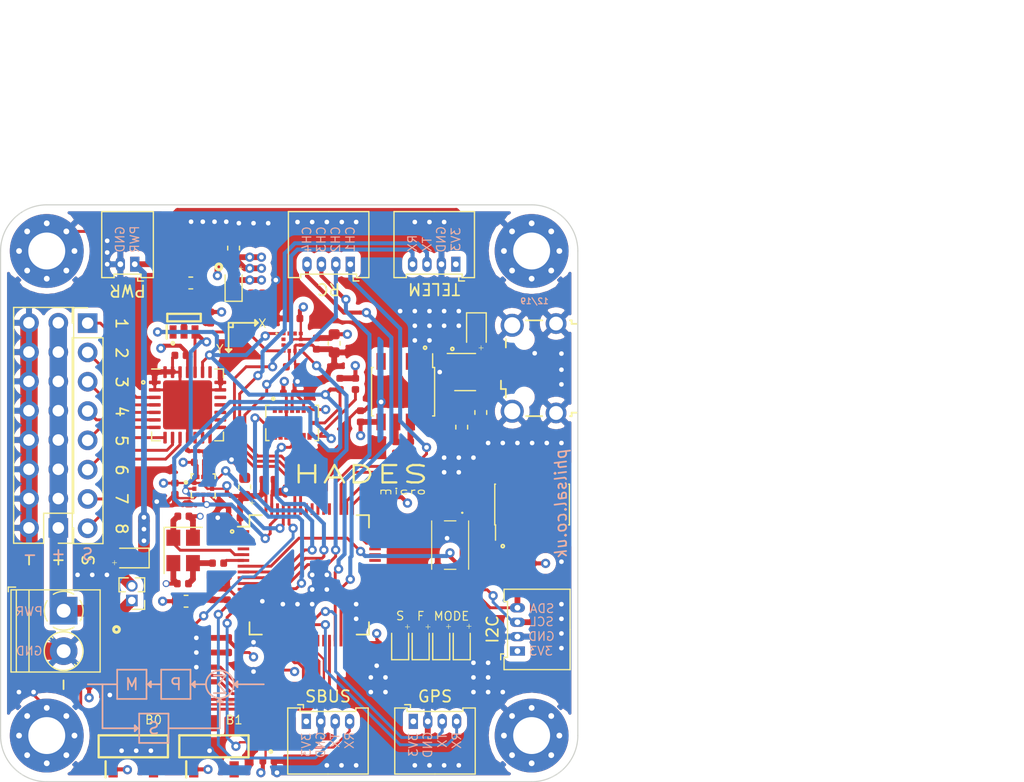
<source format=kicad_pcb>
(kicad_pcb (version 20240108) (generator "pcbnew") (generator_version "8.0")
  (layers (0 "F.Cu" signal) (1 "In1.Cu" signal) (2 "In2.Cu" signal) (31 "B.Cu" signal) (34 "B.Paste" user) (35 "F.Paste" user) (36 "B.SilkS" user "B.Silkscreen") (37 "F.SilkS" user "F.Silkscreen") (38 "B.Mask" user) (39 "F.Mask" user) (44 "Edge.Cuts" user))
  (net 0 "")
  (net 1 "+3V3")
  (net 2 "I2C1_SCL")
  (net 3 "GND")
  (net 4 "I2C1_SDA")
  (net 5 "INT_BAR")
  (net 6 "Net-(BOOT0-Pad3)")
  (net 7 "Net-(BOOT1-Pad3)")
  (net 8 "VCC")
  (net 9 "Net-(C13-Pad1)")
  (net 10 "Net-(C14-Pad1)")
  (net 11 "VDDA")
  (net 12 "HSE_IN")
  (net 13 "Net-(C18-Pad1)")
  (net 14 "Net-(C22-Pad1)")
  (net 15 "NRST")
  (net 16 "Net-(C32-Pad1)")
  (net 17 "Net-(C33-Pad2)")
  (net 18 "LED_A")
  (net 19 "Net-(D1-Pad1)")
  (net 20 "Net-(D2-Pad1)")
  (net 21 "LED_B")
  (net 22 "LED_C")
  (net 23 "Net-(D3-Pad1)")
  (net 24 "Net-(D4-Pad1)")
  (net 25 "LED_D")
  (net 26 "Net-(D6-Pad2)")
  (net 27 "Net-(EEPROM1-Pad5)")
  (net 28 "Net-(F1-Pad1)")
  (net 29 "Net-(F1-Pad2)")
  (net 30 "SPI1_CS")
  (net 31 "SPI1_MISO")
  (net 32 "FLASH_!WP")
  (net 33 "SPI1_MOSI")
  (net 34 "SPI1_SCK")
  (net 35 "Net-(FLASH1-Pad7)")
  (net 36 "UART2_TX")
  (net 37 "UART2_RX")
  (net 38 "I2C3_SCL")
  (net 39 "I2C3_SDA")
  (net 40 "UART4_RX_INV")
  (net 41 "UART4_RX")
  (net 42 "Net-(IMU1-Pad5)")
  (net 43 "Net-(IMU1-Pad1)")
  (net 44 "INT_ACC")
  (net 45 "Net-(IMU1-Pad13)")
  (net 46 "INT_GYR")
  (net 47 "Net-(JP1-Pad1)")
  (net 48 "Net-(MAG1-Pad2)")
  (net 49 "INT_MAG")
  (net 50 "Net-(MAG1-Pad11)")
  (net 51 "Net-(MAG1-Pad12)")
  (net 52 "Net-(MCU1-Pad2)")
  (net 53 "Net-(MCU1-Pad3)")
  (net 54 "Net-(MCU1-Pad4)")
  (net 55 "HSE_OUT")
  (net 56 "UART4_TX")
  (net 57 "Net-(MCU1-Pad20)")
  (net 58 "Net-(MCU1-Pad26)")
  (net 59 "Net-(MCU1-Pad27)")
  (net 60 "BOOT1")
  (net 61 "TIM2_CH3")
  (net 62 "TIM2_CH4")
  (net 63 "Net-(MCU1-Pad37)")
  (net 64 "Net-(MCU1-Pad38)")
  (net 65 "Net-(MCU1-Pad39)")
  (net 66 "Net-(MCU1-Pad42)")
  (net 67 "Net-(MCU1-Pad43)")
  (net 68 "Net-(MCU1-Pad44)")
  (net 69 "Net-(MCU1-Pad45)")
  (net 70 "SWDIO")
  (net 71 "SWCLK")
  (net 72 "TIM2_CH1")
  (net 73 "UART3_TX")
  (net 74 "UART3_RX")
  (net 75 "Net-(MCU1-Pad53)")
  (net 76 "Net-(MCU1-Pad54)")
  (net 77 "TIM2_CH2")
  (net 78 "Net-(MCU1-Pad56)")
  (net 79 "Net-(MCU1-Pad57)")
  (net 80 "UART1_TX")
  (net 81 "UART1_RX")
  (net 82 "BOOT0")
  (net 83 "Net-(PWM1-Pad3)")
  (net 84 "Net-(PWM1-Pad4)")
  (net 85 "Net-(PWM1-Pad5)")
  (net 86 "Net-(PWM1-Pad6)")
  (net 87 "Net-(PWM1-Pad7)")
  (net 88 "Net-(PWM1-Pad8)")
  (net 89 "Net-(PWM1-Pad9)")
  (net 90 "Net-(PWM1-Pad10)")
  (net 91 "Net-(PWM1-Pad12)")
  (net 92 "Net-(PWM1-Pad13)")
  (net 93 "Net-(PWM1-Pad14)")
  (net 94 "Net-(PWM1-Pad15)")
  (net 95 "Net-(PWM1-Pad16)")
  (net 96 "Net-(PWM1-Pad17)")
  (net 97 "Net-(PWM1-Pad18)")
  (net 98 "Net-(PWM1-Pad19)")
  (net 99 "Net-(PWM1-Pad22)")
  (net 100 "Net-(PWR1-Pad1)")
  (net 101 "Net-(R13-Pad2)")
  (net 102 "Net-(R14-Pad2)")
  (net 103 "Net-(REG1-Pad4)")
  (net 104 "Net-(SWD1-Pad7)")
  (net 105 "Net-(SWD1-Pad8)")
  (net 106 "USB_CONV_D+")
  (net 107 "USB_CONV_D-")
  (net 108 "USB_CONN_D-")
  (net 109 "USB_CONN_D+")
  (net 110 "Net-(U2-Pad4)")
  (net 111 "Net-(USB1-Pad4)")
  (footprint "Connector_Molex:Molex_PicoBlade_53048-0810_1x04_P1.25mm_Horizontal" (layer "F.Cu") (at 46.482 64.77)
    (property "Reference" "SBUS")
    (property "Value" "Conn_01x04")
  )
  (footprint "Capacitor_SMD:C_0402_1005Metric" (layer "F.Cu") (at 53.213 47.244)
    (property "Reference" "")
    (property "Value" "100n")
  )
  (footprint "Capacitor_SMD:C_0402_1005Metric" (layer "F.Cu") (at 35.791 52.832 180)
    (property "Reference" "")
    (property "Value" "10p")
  )
  (footprint "Resistor_SMD:R_0402_1005Metric" (layer "F.Cu") (at 49.403 35.5195 -90)
    (property "Reference" "")
    (property "Value" "2k2")
  )
  (footprint "Resistor_SMD:R_0402_1005Metric" (layer "F.Cu") (at 55.499 41.021 90)
    (property "Reference" "")
    (property "Value" "22")
  )
  (footprint "BMP388:PQFN50P200X200X80-10N" (layer "F.Cu") (at 37.5538 44.3564)
    (property "Reference" "")
    (property "Value" "")
  )
  (footprint "TDD01H0SB1R:SOT175P420X230-3N" (layer "F.Cu") (at 31.496 66.929 90)
    (property "Reference" "")
    (property "Value" "" (hide yes))
  )
  (footprint "TDD01H0SB1R:SOT175P420X230-3N" (layer "F.Cu") (at 38.481 66.929 90)
    (property "Reference" "")
    (property "Value" "" (hide yes))
  )
  (footprint "Capacitor_SMD:C_0603_1608Metric" (layer "F.Cu") (at 36.4743 26.7716)
    (property "Reference" "")
    (property "Value" "10u")
  )
  (footprint "Capacitor_SMD:C_0603_1608Metric" (layer "F.Cu") (at 40.1828 23.7491 90)
    (property "Reference" "")
    (property "Value" "10u")
  )
  (footprint "Capacitor_SMD:C_0402_1005Metric" (layer "F.Cu") (at 43.203 43.815)
    (property "Reference" "")
    (property "Value" "100n")
  )
  (footprint "Capacitor_SMD:C_0402_1005Metric" (layer "F.Cu") (at 39.624 53.744 90)
    (property "Reference" "")
    (property "Value" "1u")
  )
  (footprint "Capacitor_SMD:C_0402_1005Metric" (layer "F.Cu") (at 38.1762 29.7688 -90)
    (property "Reference" "")
    (property "Value" "100n")
  )
  (footprint "Capacitor_SMD:C_0402_1005Metric" (layer "F.Cu") (at 44.981 36.322)
    (property "Reference" "")
    (property "Value" "100n")
  )
  (footprint "Capacitor_SMD:C_0402_1005Metric" (layer "F.Cu") (at 46.205 41.402)
    (property "Reference" "")
    (property "Value" "100n")
  )
  (footprint "Capacitor_SMD:C_0402_1005Metric" (layer "F.Cu") (at 45.235 34.036)
    (property "Reference" "")
    (property "Value" "220n")
  )
  (footprint "Capacitor_SMD:C_0402_1005Metric" (layer "F.Cu") (at 45.443 29.845 180)
    (property "Reference" "")
    (property "Value" "100n")
  )
  (footprint "Capacitor_SMD:C_0402_1005Metric" (layer "F.Cu") (at 47.371 32.027 -90)
    (property "Reference" "")
    (property "Value" "100n")
  )
  (footprint "Capacitor_SMD:C_0603_1608Metric" (layer "F.Cu") (at 48.895 32.004 -90)
    (property "Reference" "")
    (property "Value" "10u")
  )
  (footprint "Capacitor_SMD:C_0402_1005Metric" (layer "F.Cu") (at 37.2618 42.3164)
    (property "Reference" "")
    (property "Value" "100n")
  )
  (footprint "Capacitor_SMD:C_0402_1005Metric" (layer "F.Cu") (at 35.1028 44.6024 -90)
    (property "Reference" "")
    (property "Value" "100n")
  )
  (footprint "Capacitor_SMD:C_0402_1005Metric" (layer "F.Cu") (at 35.583 33.0454 180)
    (property "Reference" "")
    (property "Value" "100n")
  )
  (footprint "Capacitor_SMD:C_0402_1005Metric" (layer "F.Cu") (at 58.9407 45.8724 180)
    (property "Reference" "")
    (property "Value" "100n")
  )
  (footprint "Capacitor_SMD:C_0402_1005Metric" (layer "F.Cu") (at 40.236 57.531)
    (property "Reference" "")
    (property "Value" "100n")
  )
  (footprint "Capacitor_SMD:C_0402_1005Metric" (layer "F.Cu") (at 43.203 68.199)
    (property "Reference" "")
    (property "Value" "100n")
  )
  (footprint "Capacitor_SMD:C_0402_1005Metric" (layer "F.Cu") (at 59.667 37.084 180)
    (property "Reference" "")
    (property "Value" "100n")
  )
  (footprint "Capacitor_SMD:C_0402_1005Metric" (layer "F.Cu") (at 58.42 38.735 -90)
    (property "Reference" "")
    (property "Value" "100n")
  )
  (footprint "Capacitor_SMD:C_0402_1005Metric" (layer "F.Cu") (at 51.181 38.331 90)
    (property "Reference" "")
    (property "Value" "100n")
  )
  (footprint "LED_SMD:LED_0603_1608Metric" (layer "F.Cu") (at 56.388 57.9375 90)
    (property "Reference" "")
    (property "Value" "RE")
  )
  (footprint "LED_SMD:LED_0603_1608Metric" (layer "F.Cu") (at 58.166 57.9375 90)
    (property "Reference" "")
    (property "Value" "YE")
  )
  (footprint "LED_SMD:LED_0603_1608Metric" (layer "F.Cu") (at 59.944 57.9375 90)
    (property "Reference" "")
    (property "Value" "BL")
  )
  (footprint "Diode_SMD:D_SOD-323" (layer "F.Cu") (at 61.214 30.861 -90)
    (property "Reference" "")
    (property "Value" "D_Schottky")
  )
  (footprint "Diode_SMD:D_SOD-323" (layer "F.Cu") (at 31.369 50.6095 180)
    (property "Reference" "")
    (property "Value" "D_Schottky")
  )
  (footprint "24CW1280T-I_OT:SOT95P280X145-5N" (layer "F.Cu") (at 35.8902 29.7688 90)
    (property "Reference" "")
    (property "Value" "" (hide yes))
  )
  (footprint "Fuse:Fuse_0603_1608Metric" (layer "F.Cu") (at 61.595 37.9985 90)
    (property "Reference" "")
    (property "Value" "Fuse")
  )
  (footprint "Inductor_SMD:L_0603_1608Metric" (layer "F.Cu") (at 59.944 39.2685 -90)
    (property "Reference" "")
    (property "Value" "FB_Small")
  )
  (footprint "W25N01GVZEIG_TR:SON127P800X600X80-9N-D" (layer "F.Cu") (at 34.417 59.436)
    (property "Reference" "")
    (property "Value" "" (hide yes))
  )
  (footprint "Connector_Molex:Molex_PicoBlade_53048-0810_1x04_P1.25mm_Horizontal" (layer "F.Cu") (at 55.753 64.77)
    (property "Reference" "GPS")
    (property "Value" "Conn_01x04")
  )
  (footprint "Connector_Molex:Molex_PicoBlade_53048-0810_1x04_P1.25mm_Horizontal" (layer "F.Cu") (at 64.77 58.674 90)
    (property "Reference" "I2C")
    (property "Value" "Conn_01x04")
  )
  (footprint "74LVC1G04GX4Z:74AUP1G04GX4Z" (layer "F.Cu") (at 43.18 66.802 180)
    (property "Reference" "")
    (property "Value" "" (hide yes))
  )
  (footprint "BMI088:PQFN50P450X300X100-16N" (layer "F.Cu") (at 45.254 38.904)
    (property "Reference" "" (hide yes))
    (property "Value" "")
  )
  (footprint "Connector_PinHeader_1.27mm:PinHeader_1x02_P1.27mm_Vertical" (layer "F.Cu") (at 31.369 54.2925 180)
    (property "Reference" "")
    (property "Value" "Jumper_NO_Small")
  )
  (footprint "Package_DFN_QFN:QFN-28-1EP_6x6mm_P0.65mm_EP4.25x4.25mm" (layer "F.Cu") (at 36.195 37.338)
    (property "Reference" "")
    (property "Value" "PCA9685BS")
  )
  (footprint "Connector_PinHeader_2.54mm:PinHeader_2x08_P2.54mm_Vertical" (layer "F.Cu") (at 25 48 180)
    (property "Reference" "")
    (property "Value" "Conn_02x08_Odd_Even")
  )
  (footprint "Connector_PinHeader_2.54mm:PinHeader_1x08_P2.54mm_Vertical" (layer "F.Cu") (at 27.54122 30.2514)
    (property "Reference" "")
    (property "Value" "Conn_01x08")
  )
  (footprint "LED_SMD:LED_0603_1608Metric" (layer "F.Cu") (at 40.1828 26.8731 90)
    (property "Reference" "")
    (property "Value" "GR")
  )
  (footprint "Resistor_SMD:R_0402_1005Metric" (layer "F.Cu") (at 42.1918 27.6606 180)
    (property "Reference" "")
    (property "Value" "1k")
  )
  (footprint "Resistor_SMD:R_0402_1005Metric" (layer "F.Cu") (at 50.7365 35.5195 -90)
    (property "Reference" "")
    (property "Value" "2k2")
  )
  (footprint "Resistor_SMD:R_0402_1005Metric" (layer "F.Cu") (at 66.1035 51.562 -90)
    (property "Reference" "")
    (property "Value" "2k2")
  )
  (footprint "Resistor_SMD:R_0402_1005Metric" (layer "F.Cu") (at 64.77 51.562 -90)
    (property "Reference" "")
    (property "Value" "2k2")
  )
  (footprint "Resistor_SMD:R_0402_1005Metric" (layer "F.Cu") (at 54.61 60.729 -90)
    (property "Reference" "")
    (property "Value" "1k")
  )
  (footprint "Resistor_SMD:R_0402_1005Metric" (layer "F.Cu") (at 58.166 60.729 -90)
    (property "Reference" "")
    (property "Value" "1k")
  )
  (footprint "Resistor_SMD:R_0402_1005Metric" (layer "F.Cu") (at 59.944 60.7338 -90)
    (property "Reference" "")
    (property "Value" "2k2")
  )
  (footprint "Resistor_SMD:R_0402_1005Metric" (layer "F.Cu") (at 54.229 41.0234 90)
    (property "Reference" "")
    (property "Value" "22")
  )
  (footprint "Resistor_SMD:R_0402_1005Metric" (layer "F.Cu") (at 29.591 64.897 180)
    (property "Reference" "")
    (property "Value" "10k")
  )
  (footprint "Resistor_SMD:R_0402_1005Metric" (layer "F.Cu") (at 36.576 64.897 180)
    (property "Reference" "")
    (property "Value" "10k")
  )
  (footprint "Resistor_SMD:R_0402_1005Metric" (layer "F.Cu") (at 40.236 58.801)
    (property "Reference" "")
    (property "Value" "10k")
  )
  (footprint "Resistor_SMD:R_0402_1005Metric" (layer "F.Cu") (at 28.1535 61.722)
    (property "Reference" "")
    (property "Value" "10k")
  )
  (footprint "Connector_Molex:Molex_PicoBlade_53048-0810_1x04_P1.25mm_Horizontal" (layer "F.Cu") (at 50.292 25.146 180)
    (property "Reference" "")
    (property "Value" "Conn_01x04")
  )
  (footprint "LD39200PU33R:SON95P300X300X100-7N-D" (layer "F.Cu") (at 37.0078 23.7236 180)
    (property "Reference" "")
    (property "Value" "" (hide yes))
  )
  (footprint "SKRPANE010:SKRPADE010" (layer "F.Cu") (at 58.9407 49.3649 -90)
    (property "Reference" "")
    (property "Value" "" (hide yes))
  )
  (footprint "Connector_PinHeader_1.27mm:PinHeader_2x05_P1.27mm_Vertical_SMD" (layer "F.Cu") (at 66.04 45.974 90)
    (property "Reference" "SWD" (hide yes))
    (property "Value" "Conn_02x05_Counter_Clockwise")
  )
  (footprint "Package_TO_SOT_SMD:SOT-23-6" (layer "F.Cu") (at 60.241 34.4932)
    (property "Reference" "")
    (property "Value" "USBLC6-2SC6")
  )
  (footprint "Package_SO:SSOP-8_3.95x5.21x3.27mm_P1.27mm" (layer "F.Cu") (at 54.864 36.195 -90)
    (property "Reference" "")
    (property "Value" "otter:CH330")
  )
  (footprint "Connector_Molex:Molex_PicoBlade_53048-0410_1x02_P1.25mm_Horizontal" (layer "F.Cu") (at 31.623 25.146 180)
    (property "Reference" "PWR")
    (property "Value" "Conn_01x02" (hide yes))
  )
  (footprint "Resistor_SMD:R_0402_1005Metric" (layer "F.Cu") (at 56.388 60.729 -90)
    (property "Reference" "")
    (property "Value" "1k")
  )
  (footprint "IIS2MDCTR:IIS2MDCTR" (layer "F.Cu") (at 45.254 31.904)
    (property "Reference" "")
    (property "Value" "" (hide yes))
  )
  (footprint "MountingHole:MountingHole_3.2mm_M3_Pad_Via" (layer "F.Cu") (at 24 66)
    (property "Reference" "")
    (property "Value" "MountingHole_3.2mm_M3_Pad_Via")
  )
  (footprint "MountingHole:MountingHole_3.2mm_M3_Pad_Via" (layer "F.Cu") (at 66 66)
    (property "Reference" "")
    (property "Value" "MountingHole_3.2mm_M3_Pad_Via")
  )
  (footprint "MountingHole:MountingHole_3.2mm_M3_Pad_Via" (layer "F.Cu") (at 66 24)
    (property "Reference" "")
    (property "Value" "MountingHole_3.2mm_M3_Pad_Via")
  )
  (footprint "MountingHole:MountingHole_3.2mm_M3_Pad_Via" (layer "F.Cu") (at 24 24)
    (property "Reference" "")
    (property "Value" "MountingHole_3.2mm_M3_Pad_Via")
  )
  (footprint "Resistor_SMD:R_0402_1005Metric" (layer "F.Cu") (at 38.839 51.054 180)
    (property "Reference" "")
    (property "Value" "620")
  )
  (footprint "Crystal:Crystal_SMD_Abracon_ABM8G-4Pin_3.2x2.5mm" (layer "F.Cu") (at 35.814 49.954 -90)
    (property "Reference" "")
    (property "Value" "25MHz")
  )
  (footprint "Package_QFP:LQFP-64_10x10mm_P0.5mm" (layer "F.Cu") (at 46.736 52.07)
    (property "Reference" "")
    (property "Value" "STM32F405RGT6")
  )
  (footprint "Inductor_SMD:L_0603_1608Metric" (layer "F.Cu") (at 36.068 54.356 180)
    (property "Reference" "")
    (property "Value" "FB_Small")
  )
  (footprint "Capacitor_SMD:C_0402_1005Metric" (layer "F.Cu") (at 52.705 58.547 -90)
    (property "Reference" "")
    (property "Value" "100n")
  )
  (footprint "Capacitor_SMD:C_0402_1005Metric" (layer "F.Cu") (at 43.688 60.325 180)
    (property "Reference" "")
    (property "Value" "100n")
  )
  (footprint "Capacitor_SMD:C_0402_1005Metric" (layer "F.Cu") (at 51.562 58.547 -90)
    (property "Reference" "")
    (property "Value" "100n")
  )
  (footprint "Capacitor_SMD:C_0402_1005Metric" (layer "F.Cu") (at 53.213 46.0756)
    (property "Reference" "")
    (property "Value" "100n")
  )
  (footprint "Capacitor_SMD:C_0402_1005Metric" (layer "F.Cu") (at 40.259 47.117 180)
    (property "Reference" "")
    (property "Value" "100n")
  )
  (footprint "Capacitor_SMD:C_0402_1005Metric" (layer "F.Cu") (at 54.333 48.641)
    (property "Reference" "")
    (property "Value" "2u2")
  )
  (footprint "Capacitor_SMD:C_0402_1005Metric" (layer "F.Cu") (at 50.165 59.667 -90)
    (property "Reference" "")
    (property "Value" "2u2")
  )
  (footprint "Capacitor_SMD:C_0402_1005Metric" (layer "F.Cu") (at 35.837 46.99)
    (property "Reference" "")
    (property "Value" "10p")
  )
  (footprint "Capacitor_SMD:C_0402_1005Metric" (layer "F.Cu") (at 38.354 53.744 90)
    (property "Reference" "")
    (property "Value" "100n")
  )
  (footprint "Capacitor_SMD:C_0402_1005Metric" (layer "F.Cu") (at 43.688 59.182 180)
    (property "Reference" "")
    (property "Value" "100n")
  )
  (footprint "Capacitor_SMD:C_0402_1005Metric" (layer "F.Cu") (at 43.203 44.958)
    (property "Reference" "")
    (property "Value" "100n")
  )
  (footprint "Capacitor_SMD:C_0603_1608Metric" (layer "F.Cu") (at 41.148 44.45 90)
    (property "Reference" "")
    (property "Value" "10u")
  )
  (footprint "LED_SMD:LED_0603_1608Metric" (layer "F.Cu") (at 54.61 57.9375 90)
    (property "Reference" "")
    (property "Value" "GR")
  )
  (footprint "Connector_Molex:Molex_PicoBlade_53048-0810_1x04_P1.25mm_Horizontal" (layer "F.Cu") (at 59.436 25.146 180)
    (property "Reference" "TELEM")
    (property "Value" "Conn_01x04")
  )
  (footprint "TerminalBlock_Phoenix:TerminalBlock_Phoenix_PT-1,5-2-3.5-H_1x02_P3.50mm_Horizontal" (layer "F.Cu") (at 25.4635 55.1815 -90)
    (property "Reference" "")
    (property "Value" "TerminalBlock_Phoenix_PT-1,5-2-3.5-H_1x02_P3.50mm_Horizontal")
  )
  (footprint "Connector_USB:USB_Micro-B_Wuerth_629105150521_CircularHoles" (layer "F.Cu") (at 66.167 34.163 90)
    (property "Reference" "")
    (property "Value" "USB_B_Micro")
  )
  (gr_line (start 32.639 60.2869) (end 30.099 60.2869) (stroke (width 0.15)) (layer "B.SilkS"))
  (gr_line (start 33.909 60.2869) (end 33.909 62.8269) (stroke (width 0.15)) (layer "B.SilkS"))
  (gr_line (start 38.481 60.7949) (end 39.497 60.7949) (stroke (width 0.15)) (layer "B.SilkS"))
  (gr_line (start 40.513 61.8109) (end 40.259 61.5569) (stroke (width 0.15)) (layer "B.SilkS"))
  (gr_line (start 42.799 61.5569) (end 40.259 61.5569) (stroke (width 0.15)) (layer "B.SilkS"))
  (gr_line (start 36.83 61.8109) (end 36.576 61.5569) (stroke (width 0.15)) (layer "B.SilkS"))
  (gr_line (start 39.243 63.0809) (end 38.989 62.8269) (stroke (width 0.15)) (layer "B.SilkS"))
  (gr_line (start 36.576 61.5569) (end 36.83 61.3029) (stroke (width 0.15)) (layer "B.SilkS"))
  (gr_line (start 32.639 62.8269) (end 32.639 61.5569) (stroke (width 0.15)) (layer "B.SilkS"))
  (gr_line (start 31.623 65.6209) (end 31.877 65.3669) (stroke (width 0.15)) (layer "B.SilkS"))
  (gr_line (start 30.099 60.2869) (end 30.099 62.8269) (stroke (width 0.15)) (layer "B.SilkS"))
  (gr_line (start 31.623 65.1129) (end 31.623 65.6209) (stroke (width 0.15)) (layer "B.SilkS"))
  (gr_line (start 40.259 61.5569) (end 40.513 61.3029) (stroke (width 0.15)) (layer "B.SilkS"))
  (gr_line (start 36.83 61.3029) (end 36.83 61.8109) (stroke (width 0.15)) (layer "B.SilkS"))
  (gr_circle (center 38.989 61.5569) (end 40.005 62.1919) (stroke (width 0.15)) (fill none) (layer "B.SilkS"))
  (gr_line (start 39.751 63.0809) (end 40.132 63.0809) (stroke (width 0.15)) (layer "B.SilkS"))
  (gr_line (start 38.989 65.3669) (end 38.989 62.755015) (stroke (width 0.15)) (layer "B.SilkS"))
  (gr_line (start 34.544 65.3669) (end 38.989 65.3669) (stroke (width 0.15)) (layer "B.SilkS"))
  (gr_line (start 33.02 61.3029) (end 33.02 61.8109) (stroke (width 0.15)) (layer "B.SilkS"))
  (gr_line (start 27.559 61.5569) (end 30.099 61.5569) (stroke (width 0.15)) (layer "B.SilkS"))
  (gr_line (start 34.544 66.6369) (end 32.004 66.6369) (stroke (width 0.15)) (layer "B.SilkS"))
  (gr_line (start 32.639 61.5569) (end 32.639 60.2869) (stroke (width 0.15)) (layer "B.SilkS"))
  (gr_line (start 33.909 61.5569) (end 32.639 61.5569) (stroke (width 0.15)) (layer "B.SilkS"))
  (gr_line (start 36.449 62.8269) (end 36.449 61.5569) (stroke (width 0.15)) (layer "B.SilkS"))
  (gr_line (start 38.735 63.0809) (end 39.243 63.0809) (stroke (width 0.15)) (layer "B.SilkS"))
  (gr_line (start 28.829 61.5569) (end 28.829 65.3669) (stroke (width 0.15)) (layer "B.SilkS"))
  (gr_line (start 30.099 62.8269) (end 32.639 62.8269) (stroke (width 0.15)) (layer "B.SilkS"))
  (gr_line (start 33.909 62.8269) (end 36.449 62.8269) (stroke (width 0.15)) (layer "B.SilkS"))
  (gr_line (start 36.449 60.2869) (end 33.909 60.2869) (stroke (width 0.15)) (layer "B.SilkS"))
  (gr_line (start 36.449 61.5569) (end 36.449 60.2869) (stroke (width 0.15)) (layer "B.SilkS"))
  (gr_line (start 37.790885 61.5569) (end 36.449 61.5569) (stroke (width 0.15)) (layer "B.SilkS"))
  (gr_line (start 34.544 64.0969) (end 34.544 66.6369) (stroke (width 0.15)) (layer "B.SilkS"))
  (gr_line (start 38.989 62.8269) (end 38.735 63.0809) (stroke (width 0.15)) (layer "B.SilkS"))
  (gr_line (start 32.004 65.3669) (end 32.004 64.0969) (stroke (width 0.15)) (layer "B.SilkS"))
  (gr_line (start 39.497 62.3189) (end 38.481 62.3189) (stroke (width 0.15)) (layer "B.SilkS"))
  (gr_line (start 38.862 61.5569) (end 39.497 62.3189) (stroke (width 0.15)) (layer "B.SilkS"))
  (gr_line (start 39.497 60.7949) (end 38.862 61.5569) (stroke (width 0.15)) (layer "B.SilkS"))
  (gr_line (start 40.513 61.3029) (end 40.513 61.8109) (stroke (width 0.15)) (layer "B.SilkS"))
  (gr_line (start 32.004 66.6369) (end 32.004 65.3669) (stroke (width 0.15)) (layer "B.SilkS"))
  (gr_line (start 28.829 65.3669) (end 32.004 65.3669) (stroke (width 0.15)) (layer "B.SilkS"))
  (gr_line (start 31.877 65.3669) (end 31.623 65.1129) (stroke (width 0.15)) (layer "B.SilkS"))
  (gr_line (start 32.766 61.5569) (end 33.02 61.3029) (stroke (width 0.15)) (layer "B.SilkS"))
  (gr_line (start 33.02 61.8109) (end 32.766 61.5569) (stroke (width 0.15)) (layer "B.SilkS"))
  (gr_line (start 32.004 64.0969) (end 34.544 64.0969) (stroke (width 0.15)) (layer "B.SilkS"))
  (gr_line (start 42.037 30.48) (end 42.291 30.226) (stroke (width 0.15)) (layer "F.SilkS"))
  (gr_line (start 39.751 30.226) (end 39.751 32.766) (stroke (width 0.15)) (layer "F.SilkS"))
  (gr_line (start 39.497 32.512) (end 39.751 32.766) (stroke (width 0.15)) (layer "F.SilkS"))
  (gr_line (start 40.005 32.512) (end 39.497 32.512) (stroke (width 0.15)) (layer "F.SilkS"))
  (gr_line (start 39.751 32.766) (end 40.005 32.512) (stroke (width 0.15)) (layer "F.SilkS"))
  (gr_line (start 42.037 29.972) (end 42.037 30.48) (stroke (width 0.15)) (layer "F.SilkS"))
  (gr_circle (center 63.5 49.5808) (end 63.5254 49.6316) (stroke (width 0.15)) (fill none) (layer "F.SilkS"))
  (gr_circle (center 32.3596 35.3822) (end 32.385 35.433) (stroke (width 0.15)) (fill none) (layer "F.SilkS"))
  (gr_circle (center 34.925 32.004) (end 34.9504 32.0548) (stroke (width 0.15)) (fill none) (layer "F.SilkS"))
  (gr_circle (center 56.769 32.385) (end 56.7944 32.4358) (stroke (width 0.15)) (fill none) (layer "F.SilkS"))
  (gr_circle (center 59.1312 32.4866) (end 59.1566 32.5374) (stroke (width 0.15)) (fill none) (layer "F.SilkS"))
  (gr_circle (center 43.4086 67.3862) (end 43.434 67.437) (stroke (width 0.15)) (fill none) (layer "F.SilkS"))
  (gr_circle (center 40.0558 48.3108) (end 40.0812 48.3616) (stroke (width 0.15)) (fill none) (layer "F.SilkS"))
  (gr_line (start 39.751 30.226) (end 42.291 30.226) (stroke (width 0.15)) (layer "F.SilkS"))
  (gr_line (start 42.291 30.226) (end 42.037 29.972) (stroke (width 0.15)) (layer "F.SilkS"))
  (gr_line (start 40.132 30.607) (end 40.132 30.226) (stroke (width 0.15)) (layer "F.SilkS"))
  (gr_line (start 39.751 30.607) (end 40.132 30.607) (stroke (width 0.15)) (layer "F.SilkS"))
  (gr_line (start 70 24) (end 70 66) (stroke (width 0.1)) (layer "Edge.Cuts"))
  (gr_line (start 20 66) (end 20 24) (stroke (width 0.1)) (layer "Edge.Cuts"))
  (gr_arc (start 70 66) (mid 68.828427 68.828427) (end 66 70) (stroke (width 0.1)) (layer "Edge.Cuts"))
  (gr_line (start 24 20) (end 66 20) (stroke (width 0.1)) (layer "Edge.Cuts"))
  (gr_line (start 66 70) (end 24 70) (stroke (width 0.1)) (layer "Edge.Cuts"))
  (gr_arc (start 20 24) (mid 21.171573 21.171573) (end 24 20) (stroke (width 0.1)) (layer "Edge.Cuts"))
  (gr_arc (start 24 70) (mid 21.171573 68.828427) (end 20 66) (stroke (width 0.1)) (layer "Edge.Cuts"))
  (gr_arc (start 66 20) (mid 68.828427 21.171573) (end 70 24) (stroke (width 0.1)) (layer "Edge.Cuts"))
  (gr_text "3V3" (at 55.753 66.802 90) (layer "B.SilkS") (effects (font (size 0.75 0.75) (thickness 0.1)) (justify mirror)))
  (gr_text "TX" (at 58.2676 66.421 90) (layer "B.SilkS") (effects (font (size 0.75 0.75) (thickness 0.1)) (justify mirror)))
  (gr_text "RX" (at 59.5122 66.421 90) (layer "B.SilkS") (effects (font (size 0.75 0.75) (thickness 0.1)) (justify mirror)))
  (gr_text "GND" (at 56.9976 66.802 90) (layer "B.SilkS") (effects (font (size 0.75 0.75) (thickness 0.1)) (justify mirror)))
  (gr_text "philsal.co.uk" (at 68.5292 45.847 90) (layer "B.SilkS") (effects (font (size 1 1) (thickness 0.15) (italic yes)) (justify mirror)))
  (gr_text "P" (at 35.179 61.5569 0) (layer "B.SilkS") (effects (font (size 1 1)) (justify mirror)))
  (gr_text "S" (at 33.274 65.3669 0) (layer "B.SilkS") (effects (font (size 1 1)) (justify mirror)))
  (gr_text "M" (at 31.369 61.5569 0) (layer "B.SilkS") (effects (font (size 1 1)) (justify mirror)))
  (gr_text "RX" (at 50.2158 66.421 90) (layer "B.SilkS") (effects (font (size 0.75 0.75) (thickness 0.1)) (justify mirror)))
  (gr_text "GND" (at 47.7266 66.802 90) (layer "B.SilkS") (effects (font (size 0.75 0.75) (thickness 0.1)) (justify mirror)))
  (gr_text "3V3" (at 46.482 66.802 90) (layer "B.SilkS") (effects (font (size 0.75 0.75) (thickness 0.1)) (justify mirror)))
  (gr_text "TX" (at 48.9712 66.421 90) (layer "B.SilkS") (effects (font (size 0.75 0.75) (thickness 0.1)) (justify mirror)))
  (gr_text "3V3" (at 66.802 58.674 0) (layer "B.SilkS") (effects (font (size 0.75 0.75) (thickness 0.1)) (justify mirror)))
  (gr_text "GND" (at 66.8528 57.404 0) (layer "B.SilkS") (effects (font (size 0.75 0.75) (thickness 0.1)) (justify mirror)))
  (gr_text "SCL" (at 66.8782 56.134 0) (layer "B.SilkS") (effects (font (size 0.75 0.75) (thickness 0.1)) (justify mirror)))
  (gr_text "SDA" (at 66.9036 54.991 0) (layer "B.SilkS") (effects (font (size 0.75 0.75) (thickness 0.1)) (justify mirror)))
  (gr_text "PWR" (at 22.479 55.245 0) (layer "B.SilkS") (effects (font (size 0.75 0.75) (thickness 0.1)) (justify mirror)))
  (gr_text "GND" (at 22.479 58.674 0) (layer "B.SilkS") (effects (font (size 0.75 0.75) (thickness 0.1)) (justify mirror)))
  (gr_text "PWR" (at 31.623 22.987 90) (layer "B.SilkS") (effects (font (size 0.75 0.75) (thickness 0.1)) (justify mirror)))
  (gr_text "GND" (at 30.353 22.987 90) (layer "B.SilkS") (effects (font (size 0.75 0.75) (thickness 0.1)) (justify mirror)))
  (gr_text "GND" (at 58.166 22.987 90) (layer "B.SilkS") (effects (font (size 0.75 0.75) (thickness 0.1)) (justify mirror)))
  (gr_text "3V3" (at 59.436 22.987 90) (layer "B.SilkS") (effects (font (size 0.75 0.75) (thickness 0.1)) (justify mirror)))
  (gr_text "TX" (at 56.9468 23.4188 90) (layer "B.SilkS") (effects (font (size 0.75 0.75) (thickness 0.1)) (justify mirror)))
  (gr_text "RX" (at 55.6768 23.3299 90) (layer "B.SilkS") (effects (font (size 0.75 0.75) (thickness 0.1)) (justify mirror)))
  (gr_text "CH1" (at 50.292 22.987 90) (layer "B.SilkS") (effects (font (size 0.75 0.75) (thickness 0.1)) (justify mirror)))
  (gr_text "CH2" (at 49.022 22.987 90) (layer "B.SilkS") (effects (font (size 0.75 0.75) (thickness 0.1)) (justify mirror)))
  (gr_text "CH3" (at 47.7774 22.987 90) (layer "B.SilkS") (effects (font (size 0.75 0.75) (thickness 0.1)) (justify mirror)))
  (gr_text "CH4" (at 46.5328 22.987 90) (layer "B.SilkS") (effects (font (size 0.75 0.75) (thickness 0.1)) (justify mirror)))
  (gr_text "12/19" (at 66.2432 28.3464 0) (layer "B.SilkS") (effects (font (size 0.5 0.5) (thickness 0.1)) (justify mirror)))
  (gr_text "+" (at 25.0825 50.292 270) (layer "B.SilkS") (effects (font (size 1 1)) (justify mirror)))
  (gr_text "-" (at 22.5425 50.292 0) (layer "B.SilkS") (effects (font (size 1 1)) (justify mirror)))
  (gr_text "S" (at 27.5336 50.292 0) (layer "B.SilkS") (effects (font (size 1 1)) (justify mirror)))
  (gr_text "+" (at 41.783 45.7962 0) (layer "F.SilkS") (effects (font (size 0.5 0.5) (thickness 0.05))))
  (gr_text "+" (at 61.6204 32.3596 0) (layer "F.SilkS") (effects (font (size 0.5 0.5) (thickness 0.05))))
  (gr_text "+" (at 29.8704 50.9778 0) (layer "F.SilkS") (effects (font (size 0.5 0.5) (thickness 0.05))))
  (gr_text "+" (at 55.245 56.5404 0) (layer "F.SilkS") (effects (font (size 0.5 0.5) (thickness 0.05))))
  (gr_text "+" (at 57.023 56.5404 0) (layer "F.SilkS") (effects (font (size 0.5 0.5) (thickness 0.05))))
  (gr_text "+" (at 58.801 56.515 0) (layer "F.SilkS") (effects (font (size 0.5 0.5) (thickness 0.05))))
  (gr_text "+" (at 60.579 56.4896 0) (layer "F.SilkS") (effects (font (size 0.5 0.5) (thickness 0.05))))
  (gr_text "3" (at 30.48 35.3695 270) (layer "F.SilkS") (effects (font (size 1 1))))
  (gr_text "4" (at 30.48 37.9095 270) (layer "F.SilkS") (effects (font (size 1 1))))
  (gr_text "2" (at 30.48 32.8295 270) (layer "F.SilkS") (effects (font (size 1 1))))
  (gr_text "5" (at 30.48 40.4495 270) (layer "F.SilkS") (effects (font (size 1 1))))
  (gr_text "6" (at 30.48 42.9895 270) (layer "F.SilkS") (effects (font (size 1 1))))
  (gr_text "7" (at 30.48 45.466 270) (layer "F.SilkS") (effects (font (size 1 1))))
  (gr_text "8" (at 30.48 48.0695 270) (layer "F.SilkS") (effects (font (size 1 1))))
  (gr_text "S" (at 27.5336 50.8 270) (layer "F.SilkS") (effects (font (size 1 1))))
  (gr_text "+" (at 25.0825 50.8 270) (layer "F.SilkS") (effects (font (size 1 1))))
  (gr_text "-" (at 22.5425 50.8 270) (layer "F.SilkS") (effects (font (size 1 1))))
  (gr_text "RC" (at 48.4124 27.305 180) (layer "F.SilkS") (effects (font (size 1 1))))
  (gr_text "S" (at 54.61 55.626 0) (layer "F.SilkS") (effects (font (size 0.75 0.75) (thickness 0.1))))
  (gr_text "F" (at 56.388 55.6514 0) (layer "F.SilkS") (effects (font (size 0.75 0.75) (thickness 0.1))))
  (gr_text "MODE" (at 59.055 55.6514 0) (layer "F.SilkS") (effects (font (size 0.75 0.75) (thickness 0.1))))
  (gr_text "micro" (at 54.8005 44.831 0) (layer "F.SilkS") (effects (font (size 0.5 1) (thickness 0.09375))))
  (gr_text "-" (at 25.527 61.595 270) (layer "F.SilkS") (effects (font (size 1 1))))
  (gr_text "B1" (at 40.2336 64.643 0) (layer "F.SilkS") (effects (font (size 0.75 0.75) (thickness 0.1))))
  (gr_text "\n" (at 68.6054 27.94 90) (layer "F.SilkS") (effects (font (size 0.75 0.75) (thickness 0.1))))
  (gr_text "B0" (at 33.2486 64.643 0) (layer "F.SilkS") (effects (font (size 0.75 0.75) (thickness 0.1))))
  (gr_text "HADES" (at 51.181 43.3705 0) (layer "F.SilkS") (effects (font (size 1.5 2.5) (thickness 0.2))))
  (gr_text "Y" (at 38.989 32.512 0) (layer "F.SilkS") (effects (font (size 0.75 0.75) (thickness 0.1))))
  (gr_text "1" (at 30.48 30.2895 270) (layer "F.SilkS") (effects (font (size 1 1))))
  (gr_text "+" (at 40.8178 25.4762 0) (layer "F.SilkS") (effects (font (size 0.5 0.5) (thickness 0.05))))
  (gr_text "X" (at 42.672 30.226 180) (layer "F.SilkS") (effects (font (size 0.75 0.75) (thickness 0.1))))
  (segment (start 37.9664 68.929) (end 37.9664 68.929) (width 0.35) (layer "F.Cu") (net 1))
  (segment (start 27.6685 62.7205) (end 27.6685 62.7205) (width 0.35) (layer "F.Cu") (net 1))
  (segment (start 41.91 59.182) (end 41.91 59.182) (width 0.25) (layer "F.Cu") (net 1))
  (segment (start 45.466 60.452) (end 45.466 60.452) (width 0.25) (layer "F.Cu") (net 1))
  (segment (start 52.578 57.15) (end 52.578 57.15) (width 0.25) (layer "F.Cu") (net 1))
  (segment (start 39.624 44.577) (end 39.624 44.577) (width 0.35) (layer "F.Cu") (net 1))
  (segment (start 55.245 45.847) (end 55.245 45.847) (width 0.35) (layer "F.Cu") (net 1))
  (segment (start 67.206 51.077) (end 67.206 51.077) (width 0.35) (layer "F.Cu") (net 1))
  (segment (start 39.1414 29.2862) (end 39.1414 29.2862) (width 0.35) (layer "F.Cu") (net 1))
  (segment (start 34.163 32.4358) (end 34.163 32.4358) (width 0.35) (layer "F.Cu") (net 1))
  (segment (start 50.038 31.2166) (end 50.038 31.2166) (width 0.35) (layer "F.Cu") (net 1))
  (segment (start 48.1584 37.7444) (end 48.1584 37.7444) (width 0.25) (layer "F.Cu") (net 1))
  (segment (start 35.1138 44.1064) (end 35.1028 44.1174) (width 0.2) (layer "F.Cu") (net 1))
  (segment (start 52.955 38.816) (end 52.959 38.82) (width 0.5) (layer "F.Cu") (net 1))
  (segment (start 54.737 45.339) (end 55.245 45.847) (width 0.35) (layer "F.Cu") (net 1))
  (segment (start 46.004 31.154) (end 46.004 29.921) (width 0.2) (layer "F.Cu") (net 1))
  (segment (start 38.5078 23.7236) (end 38.5078 24.6736) (width 0.5) (layer "F.Cu") (net 1))
  (segment (start 38.4986 29.2862) (end 39.1414 29.2862) (width 0.35) (layer "F.Cu") (net 1))
  (segment (start 51.181 38.816) (end 52.955 38.816) (width 0.5) (layer "F.Cu") (net 1))
  (segment (start 34.1122 32.2072) (end 33.8836 32.4358) (width 0.35) (layer "F.Cu") (net 1))
  (segment (start 44.173 59.182) (end 44.173 60.325) (width 0.5) (layer "F.Cu") (net 1))
  (segment (start 39.3406 44.6064) (end 39.5986 44.3484) (width 0.2) (layer "F.Cu") (net 1))
  (segment (start 48.895 31.2165) (end 49.37 31.2165) (width 0.35) (layer "F.Cu") (net 1))
  (segment (start 39.751 57.742058) (end 40.721 58.712058) (width 0.35) (layer "F.Cu") (net 1))
  (segment (start 52.728 46.0756) (end 52.728 45.7556) (width 0.35) (layer "F.Cu") (net 1))
  (segment (start 45.754 40.064) (end 46.254 40.064) (width 0.25) (layer "F.Cu") (net 1))
  (segment (start 52.728 46.0756) (end 52.728 47.244) (width 0.5) (layer "F.Cu") (net 1))
  (segment (start 40.744 47.117) (end 40.744 45.6415) (width 0.5) (layer "F.Cu") (net 1))
  (segment (start 35.5498 32.2072) (end 34.1122 32.2072) (width 0.35) (layer "F.Cu") (net 1))
  (segment (start 44.254 40.064) (end 44.253999 39.513999) (width 0.25) (layer "F.Cu") (net 1))
  (segment (start 51.181 38.816) (end 51.181 40.005) (width 0.35) (layer "F.Cu") (net 1))
  (segment (start 40.721 58.801) (end 41.529 58.801) (width 0.25) (layer "F.Cu") (net 1))
  (segment (start 40.1828 24.5366) (end 40.1828 26.0856) (width 0.5) (layer "F.Cu") (net 1))
  (segment (start 52.705 57.767) (end 52.578 57.64) (width 0.25) (layer "F.Cu") (net 1))
  (segment (start 52.578 57.64) (end 52.578 57.15) (width 0.25) (layer "F.Cu") (net 1))
  (segment (start 36.195 34.5005) (end 36.195 33.1724) (width 0.25) (layer "F.Cu") (net 1))
  (segment (start 39.5986 44.914085) (end 39.922015 45.2375) (width 0.35) (layer "F.Cu") (net 1))
  (segment (start 42.986 46.37) (end 42.986 45.226) (width 0.25) (layer "F.Cu") (net 1))
  (segment (start 66.1035 51.077) (end 67.206 51.077) (width 0.35) (layer "F.Cu") (net 1))
  (segment (start 44.5008 36.3172) (end 44.496 36.322) (width 0.25) (layer "F.Cu") (net 1))
  (segment (start 41.5798 26.5176) (end 42.5958 26.5176) (width 0.5) (layer "F.Cu") (net 1))
  (segment (start 47.1794 37.7444) (end 48.1584 37.7444) (width 0.25) (layer "F.Cu") (net 1))
  (segment (start 38.4962 29.2838) (end 38.4986 29.2862) (width 0.35) (layer "F.Cu") (net 1))
  (segment (start 41.1478 25.5016) (end 40.1828 24.5366) (width 0.5) (layer "F.Cu") (net 1))
  (segment (start 42.4385 45.2375) (end 42.718 44.958) (width 0.5) (layer "F.Cu") (net 1))
  (segment (start 41.529 58.801) (end 41.91 59.182) (width 0.25) (layer "F.Cu") (net 1))
  (segment (start 52.728 48.028) (end 52.436 48.32) (width 0.25) (layer "F.Cu") (net 1))
  (segment (start 46.754 37.744) (end 47.179 37.744) (width 0.25) (layer "F.Cu") (net 1))
  (segment (start 40.721 58.712058) (end 40.721 58.801) (width 0.35) (layer "F.Cu") (net 1))
  (segment (start 39.751 57.531) (end 39.751 57.742058) (width 0.35) (layer "F.Cu") (net 1))
  (segment (start 43.986 58.995) (end 44.173 59.182) (width 0.25) (layer "F.Cu") (net 1))
  (segment (start 44.754 38.284) (end 44.754 37.744) (width 0.25) (layer "F.Cu") (net 1))
  (segment (start 44.879 32.154) (end 45.379 31.654) (width 0.2) (layer "F.Cu") (net 1))
  (segment (start 41.148 45.2375) (end 40.2845 45.2375) (width 0.35) (layer "F.Cu") (net 1))
  (segment (start 41.5798 25.5016) (end 41.1478 25.5016) (width 0.5) (layer "F.Cu") (net 1))
  (segment (start 35.2805 54.356) (end 34.036 54.356) (width 0.35) (layer "F.Cu") (net 1))
  (segment (start 45.339 60.325) (end 45.466 60.452) (width 0.25) (layer "F.Cu") (net 1))
  (segment (start 51.562 58.062) (end 50.778 58.062) (width 0.25) (layer "F.Cu") (net 1))
  (segment (start 38.1762 29.2838) (end 38.4962 29.2838) (width 0.35) (layer "F.Cu") (net 1))
  (segment (start 37.913798 44.6064) (end 37.9438 44.6064) (width 0.2) (layer "F.Cu") (net 1))
  (segment (start 41.5796 24.5366) (end 41.5798 24.5364) (width 0.5) (layer "F.Cu") (net 1))
  (segment (start 36.068 32.7254) (end 35.5498 32.2072) (width 0.35) (layer "F.Cu") (net 1))
  (segment (start 44.173 60.325) (end 45.339 60.325) (width 0.25) (layer "F.Cu") (net 1))
  (segment (start 45.379 31.654) (end 45.629 31.654) (width 0.2) (layer "F.Cu") (net 1))
  (segment (start 39.5946 44.6064) (end 39.624 44.577) (width 0.2) (layer "F.Cu") (net 1))
  (segment (start 63.5 47.924) (end 63.5 50.127) (width 0.35) (layer "F.Cu") (net 1))
  (segment (start 37.9438 44.6064) (end 38.3188 44.6064) (width 0.2) (layer "F.Cu") (net 1))
  (segment (start 40.744 45.6415) (end 41.148 45.2375) (width 0.5) (layer "F.Cu") (net 1))
  (segment (start 39.5986 44.3484) (end 39.5986 44.914085) (width 0.35) (layer "F.Cu") (net 1))
  (segment (start 50.7365 33.9471) (end 50.7238 33.9344) (width 0.35) (layer "F.Cu") (net 1))
  (segment (start 37.0538 42.5934) (end 36.7768 42.3164) (width 0.2) (layer "F.Cu") (net 1))
  (segment (start 41.148 45.2375) (end 42.4385 45.2375) (width 0.5) (layer "F.Cu") (net 1))
  (segment (start 44.504 32.154) (end 44.879 32.154) (width 0.2) (layer "F.Cu") (net 1))
  (segment (start 42.718 69.042) (end 42.545 69.215) (width 0.35) (layer "F.Cu") (net 1))
  (segment (start 49.3701 31.2166) (end 50.038 31.2166) (width 0.35) (layer "F.Cu") (net 1))
  (segment (start 45.629 31.654) (end 46.004 31.654) (width 0.2) (layer "F.Cu") (net 1))
  (segment (start 39.922015 45.2375) (end 40.2845 45.2375) (width 0.35) (layer "F.Cu") (net 1))
  (segment (start 42.986 45.226) (end 42.718 44.958) (width 0.25) (layer "F.Cu") (net 1))
  (segment (start 30.956 68.929) (end 30.988 68.961) (width 0.35) (layer "F.Cu") (net 1))
  (segment (start 52.705 58.062) (end 52.705 57.767) (width 0.25) (layer "F.Cu") (net 1))
  (segment (start 49.37 31.2165) (end 49.3701 31.2166) (width 0.35) (layer "F.Cu") (net 1))
  (segment (start 40.1828 24.5366) (end 41.5796 24.5366) (width 0.5) (layer "F.Cu") (net 1))
  (segment (start 38.7858 26.1366) (end 38.7858 24.9516) (width 0.5) (layer "F.Cu") (net 1))
  (segment (start 43.986 57.77) (end 43.986 58.995) (width 0.25) (layer "F.Cu") (net 1))
  (segment (start 36.7888 43.8564) (end 37.0538 43.5914) (width 0.2) (layer "F.Cu") (net 1))
  (segment (start 45.754 40.064) (end 45.754 39.404) (width 0.25) (layer "F.Cu") (net 1))
  (segment (start 36.731 68.929) (end 37.9664 68.929) (width 0.35) (layer "F.Cu") (net 1))
  (segment (start 45.754 41.368) (end 45.72 41.402) (width 0.25) (layer "F.Cu") (net 1))
  (segment (start 46.004 29.921) (end 45.928 29.845) (width 0.2) (layer "F.Cu") (net 1))
  (segment (start 34.1146 44.1174) (end 34.1122 44.1198) (width 0.25) (layer "F.Cu") (net 1))
  (segment (start 36.195 33.1724) (end 36.068 33.0454) (width 0.25) (layer "F.Cu") (net 1))
  (segment (start 40.6148 26.5176) (end 40.1828 26.0856) (width 0.5) (layer "F.Cu") (net 1))
  (segment (start 36.7888 44.1064) (end 35.1138 44.1064) (width 0.2) (layer "F.Cu") (net 1))
  (segment (start 45.754 40.064) (end 45.754 41.368) (width 0.25) (layer "F.Cu") (net 1))
  (segment (start 40.744 48.028) (end 41.036 48.32) (width 0.25) (layer "F.Cu") (net 1))
  (segment (start 47.371 31.542) (end 48.5695 31.542) (width 0.5) (layer "F.Cu") (net 1))
  (segment (start 51.562 58.062) (end 52.705 58.062) (width 0.5) (layer "F.Cu") (net 1))
  (segment (start 41.5798 24.5364) (end 42.5958 24.5364) (width 0.5) (layer "F.Cu") (net 1))
  (segment (start 47.179 37.744) (end 47.1794 37.7444) (width 0.25) (layer "F.Cu") (net 1))
  (segment (start 38.3188 44.6064) (end 39.3406 44.6064) (width 0.2) (layer "F.Cu") (net 1))
  (segment (start 41.5798 25.5016) (end 42.5958 25.5016) (width 0.5) (layer "F.Cu") (net 1))
  (segment (start 36.7888 44.1064) (end 36.7888 43.8564) (width 0.2) (layer "F.Cu") (net 1))
  (segment (start 49.403 35.0345) (end 50.7365 35.0345) (width 0.5) (layer "F.Cu") (net 1))
  (segment (start 42.955 67.962) (end 42.718 68.199) (width 0.2) (layer "F.Cu") (net 1))
  (segment (start 46.004 31.654) (end 47.259 31.654) (width 0.25) (layer "F.Cu") (net 1))
  (segment (start 42.718 68.199) (end 42.718 69.042) (width 0.35) (layer "F.Cu") (net 1))
  (segment (start 44.754 39.013998) (end 44.754 38.284) (width 0.25) (layer "F.Cu") (net 1))
  (segment (start 63.5 50.127) (end 64.45 51.077) (width 0.35) (layer "F.Cu") (net 1))
  (segment (start 42.718 43.815) (end 42.718 44.958) (width 0.5) (layer "F.Cu") (net 1))
  (segment (start 47.259 31.654) (end 47.371 31.542) (width 0.25) (layer "F.Cu") (net 1))
  (segment (start 42.955 67.052) (end 42.955 67.962) (width 0.2) (layer "F.Cu") (net 1))
  (segment (start 36.7768 42.3164) (end 35.814 42.3164) (width 0.25) (layer "F.Cu") (net 1))
  (segment (start 38.317 57.531) (end 39.751 57.531) (width 0.5) (layer "F.Cu") (net 1))
  (segment (start 45.754 39.404) (end 45.363998 39.013998) (width 0.25) (layer "F.Cu") (net 1))
  (segment (start 35.1028 44.1174) (end 34.1146 44.1174) (width 0.25) (layer "F.Cu") (net 1))
  (segment (start 48.5695 31.542) (end 48.895 31.2165) (width 0.5) (layer "F.Cu") (net 1))
  (segment (start 36.8402 28.5188) (end 37.4112 28.5188) (width 0.5) (layer "F.Cu") (net 1))
  (segment (start 36.7888 44.1064) (end 37.413798 44.1064) (width 0.2) (layer "F.Cu") (net 1))
  (segment (start 38.7858 24.9516) (end 38.5078 24.6736) (width 0.5) (layer "F.Cu") (net 1))
  (segment (start 40.744 47.117) (end 40.744 48.028) (width 0.25) (layer "F.Cu") (net 1))
  (segment (start 43.754 40.064) (end 44.254 40.064) (width 0.25) (layer "F.Cu") (net 1))
  (segment (start 45.928 29.1544) (end 46.228 28.8544) (width 0.35) (layer "F.Cu") (net 1))
  (segment (start 44.253999 39.513999) (end 44.754 39.013998) (width 0.25) (layer "F.Cu") (net 1))
  (segment (start 37.0538 43.5914) (end 37.0538 42.5934) (width 0.2) (layer "F.Cu") (net 1))
  (segment (start 50.778 58.062) (end 50.486 57.77) (width 0.25) (layer "F.Cu") (net 1))
  (segment (start 64.45 51.077) (end 64.77 51.077) (width 0.35) (layer "F.Cu") (net 1))
  (segment (start 44.496 36.322) (end 44.496 35.387) (width 0.35) (layer "F.Cu") (net 1))
  (segment (start 44.754 36.58) (end 44.496 36.322) (width 0.25) (layer "F.Cu") (net 1))
  (segment (start 45.363998 39.013998) (end 44.754 39.013998) (width 0.25) (layer "F.Cu") (net 1))
  (segment (start 46.004 31.654) (end 46.004 31.154) (width 0.2) (layer "F.Cu") (net 1))
  (segment (start 66.1035 51.077) (end 64.77 51.077) (width 0.5) (layer "F.Cu") (net 1))
  (segment (start 50.7365 35.0345) (end 50.7365 33.9471) (width 0.35) (layer "F.Cu") (net 1))
  (segment (start 37.4112 28.5188) (end 38.1762 29.2838) (width 0.5) (layer "F.Cu") (net 1))
  (segment (start 29.746 68.929) (end 30.956 68.929) (width 0.35) (layer "F.Cu") (net 1))
  (segment (start 53.1446 45.339) (end 54.737 45.339) (width 0.35) (layer "F.Cu") (net 1))
  (segment (start 40.0458 24.6736) (end 40.1828 24.5366) (width 0.5) (layer "F.Cu") (net 1))
  (segment (start 45.928 29.845) (end 45.928 29.1544) (width 0.35) (layer "F.Cu") (net 1))
  (segment (start 52.728 47.244) (end 52.728 48.028) (width 0.25) (layer "F.Cu") (net 1))
  (segment (start 52.728 45.7556) (end 53.1446 45.339) (width 0.35) (layer "F.Cu") (net 1))
  (segment (start 44.496 35.387) (end 44.577 35.306) (width 0.35) (layer "F.Cu") (net 1))
  (segment (start 41.5798 26.5176) (end 40.6148 26.5176) (width 0.5) (layer "F.Cu") (net 1))
  (segment (start 44.754 37.744) (end 44.754 36.58) (width 0.25) (layer "F.Cu") (net 1))
  (segment (start 38.5078 24.6736) (end 40.0458 24.6736) (width 0.5) (layer "F.Cu") (net 1))
  (segment (start 27.6685 61.722) (end 27.6685 62.7205) (width 0.35) (layer "F.Cu") (net 1))
  (segment (start 37.413798 44.1064) (end 37.913798 44.6064) (width 0.2) (layer "F.Cu") (net 1))
  (via (at 41.5798 24.5364) (size 0.8) (drill 0.4) (layers "F.Cu" "B.Cu") (net 1))
  (via (at 38.7858 26.1366) (size 0.8) (drill 0.4) (layers "F.Cu" "B.Cu") (net 1))
  (via (at 41.5798 25.5016) (size 0.8) (drill 0.4) (layers "F.Cu" "B.Cu") (net 1))
  (via (at 41.5798 26.5176) (size 0.8) (drill 0.4) (layers "F.Cu" "B.Cu") (net 1))
  (via (at 42.5958 24.5364) (size 0.8) (drill 0.4) (layers "F.Cu" "B.Cu") (net 1))
  (via (at 42.5958 25.5016) (size 0.8) (drill 0.4) (layers "F.Cu" "B.Cu") (net 1))
  (via (at 42.5958 26.5176) (size 0.8) (drill 0.4) (layers "F.Cu" "B.Cu") (net 1))
  (via (at 35.814 42.3164) (size 0.8) (drill 0.4) (layers "F.Cu" "B.Cu") (net 1))
  (via (at 39.1414 29.2862) (size 0.8) (drill 0.4) (layers "F.Cu" "B.Cu") (net 1))
  (via (at 39.5986 44.3484) (size 0.8) (drill 0.4) (layers "F.Cu" "B.Cu") (net 1))
  (via (at 67.206 51.077) (size 0.8) (drill 0.4) (layers "F.Cu" "B.Cu") (net 1))
  (via (at 34.036 54.356) (size 0.8) (drill 0.4) (layers "F.Cu" "B.Cu") (net 1))
  (via (at 55.245 45.847) (size 0.8) (drill 0.4) (layers "F.Cu" "B.Cu") (net 1))
  (via (at 44.577 35.306) (size 0.8) (drill 0.4) (layers "F.Cu" "B.Cu") (net 1))
  (via (at 33.8836 32.4358) (size 0.8) (drill 0.4) (layers "F.Cu" "B.Cu") (net 1))
  (via (at 48.1584 37.7444) (size 0.8) (drill 0.4) (layers "F.Cu" "B.Cu") (net 1))
  (via (at 30.988 68.961) (size 0.8) (drill 0.4) (layers "F.Cu" "B.Cu") (net 1))
  (via (at 27.6685 62.7205) (size 0.8) (drill 0.4) (layers "F.Cu" "B.Cu") (net 1))
  (via (at 51.181 40.005) (size 0.8) (drill 0.4) (layers "F.Cu" "B.Cu") (net 1))
  (via (at 52.578 57.15) (size 0.8) (drill 0.4) (layers "F.Cu" "B.Cu") (net 1))
  (via (at 50.038 31.2166) (size 0.8) (drill 0.4) (layers "F.Cu" "B.Cu") (net 1))
  (via (at 45.466 60.452) (size 0.8) (drill 0.4) (layers "F.Cu" "B.Cu") (net 1))
  (via (at 50.7238 33.9344) (size 0.8) (drill 0.4) (layers "F.Cu" "B.Cu") (net 1))
  (via (at 46.228 28.8544) (size 0.8) (drill 0.4) (layers "F.Cu" "B.Cu") (net 1))
  (via (at 37.9664 68.929) (size 0.8) (drill 0.4) (layers "F.Cu" "B.Cu") (net 1))
  (via (at 34.1122 44.1198) (size 0.8) (drill 0.4) (layers "F.Cu" "B.Cu") (net 1))
  (via (at 42.545 69.215) (size 0.8) (drill 0.4) (layers "F.Cu" "B.Cu") (net 1))
  (via (at 41.91 59.182) (size 0.8) (drill 0.4) (layers "F.Cu" "B.Cu") (net 1))
  (segment (start 33.5988 31.0188) (end 33.5988 31.0188) (width 0.35) (layer "F.Cu") (net 2))
  (segment (start 43.141 31.154) (end 42.926 31.369) (width 0.25) (layer "F.Cu") (net 2))
  (segment (start 49.403 36.2995) (end 49.403 36.0045) (width 0.25) (layer "F.Cu") (net 2))
  (segment (start 48.071802 38.904) (end 49.403 37.572802) (width 0.25) (layer "F.Cu") (net 2))
  (segment (start 36.2244 44.6064) (end 36.0339 44.7969) (width 0.2) (layer "F.Cu") (net 2))
  (segment (start 34.9402 31.0188) (end 33.5988 31.0188) (width 0.35) (layer "F.Cu") (net 2))
  (segment (start 49.403 37.572802) (end 49.403 36.2995) (width 0.25) (layer "F.Cu") (net 2))
  (segment (start 36.7888 44.6064) (end 36.2244 44.6064) (width 0.2) (layer "F.Cu") (net 2))
  (segment (start 44.486 46.37) (end 44.486 47.7414) (width 0.25) (layer "F.Cu") (net 2))
  (segment (start 37.495 34.5005) (end 37.495 34.2184) (width 0.25) (layer "F.Cu") (net 2))
  (segment (start 49.403 36.0045) (end 48.5775 36.0045) (width 0.35) (layer "F.Cu") (net 2))
  (segment (start 44.486 47.7414) (end 44.196 48.0314) (width 0.25) (layer "F.Cu") (net 2))
  (segment (start 37.495 34.5005) (end 37.495 33.625) (width 0.25) (layer "F.Cu") (net 2))
  (segment (start 48.5775 36.0045) (end 48.133 36.449) (width 0.35) (layer "F.Cu") (net 2))
  (segment (start 37.495 33.625) (end 38.1 33.02) (width 0.25) (layer "F.Cu") (net 2))
  (segment (start 47.164 38.904) (end 48.071802 38.904) (width 0.25) (layer "F.Cu") (net 2))
  (segment (start 44.504 31.154) (end 43.141 31.154) (width 0.25) (layer "F.Cu") (net 2))
  (via (at 42.926 31.369) (size 0.8) (drill 0.4) (layers "F.Cu" "B.Cu") (net 2))
  (via (at 44.196 48.0314) (size 0.8) (drill 0.4) (layers "F.Cu" "B.Cu") (net 2))
  (via (at 33.5988 31.0188) (size 0.8) (drill 0.4) (layers "F.Cu" "B.Cu") (net 2))
  (via (at 38.1 33.02) (size 0.8) (drill 0.4) (layers "F.Cu" "B.Cu") (net 2))
  (via (at 48.133 36.449) (size 0.8) (drill 0.4) (layers "F.Cu" "B.Cu") (net 2))
  (via (at 36.0339 44.7969) (size 0.6) (drill 0.4) (layers "F.Cu" "B.Cu") (net 2))
  (segment (start 48.133 36.449) (end 48.133 36.449) (width 0.35) (layer "B.Cu") (net 2))
  (segment (start 40.21699 37.63401) (end 46.50818 37.63401) (width 0.35) (layer "B.Cu") (net 2))
  (segment (start 46.833389 39.721389) (end 48.387 41.275) (width 0.35) (layer "B.Cu") (net 2))
  (segment (start 36.0339 44.7969) (end 36.0339 44.372636) (width 0.35) (layer "B.Cu") (net 2))
  (segment (start 36.360401 45.123401) (end 36.333899 45.096899) (width 0.35) (layer "B.Cu") (net 2))
  (segment (start 49.149 41.275) (end 49.416001 41.007999) (width 0.35) (layer "B.Cu") (net 2))
  (segment (start 46.50818 37.63401) (end 46.833389 37.959219) (width 0.35) (layer "B.Cu") (net 2))
  (segment (start 36.333899 45.096899) (end 36.0339 44.7969) (width 0.35) (layer "B.Cu") (net 2))
  (segment (start 48.387 41.275) (end 49.149 41.275) (width 0.35) (layer "B.Cu") (net 2))
  (segment (start 36.0339 44.372636) (end 36.848614 43.557922) (width 0.35) (layer "B.Cu") (net 2))
  (segment (start 36.848614 41.002386) (end 40.21699 37.63401) (width 0.35) (layer "B.Cu") (net 2))
  (segment (start 38.1 33.02) (end 41.275 33.02) (width 0.35) (layer "B.Cu") (net 2))
  (segment (start 49.416001 37.732001) (end 49.403 37.719) (width 0.35) (layer "B.Cu") (net 2))
  (segment (start 41.529 36.449) (end 48.133 36.449) (width 0.35) (layer "B.Cu") (net 2))
  (segment (start 38.735 31.369) (end 38.735 32.385) (width 0.35) (layer "B.Cu") (net 2))
  (segment (start 42.81483 48.0314) (end 39.906831 45.123401) (width 0.35) (layer "B.Cu") (net 2))
  (segment (start 44.196 48.0314) (end 42.81483 48.0314) (width 0.35) (layer "B.Cu") (net 2))
  (segment (start 39.906831 45.123401) (end 36.360401 45.123401) (width 0.35) (layer "B.Cu") (net 2))
  (segment (start 38.1 33.02) (end 41.529 36.449) (width 0.35) (layer "B.Cu") (net 2))
  (segment (start 49.416001 41.007999) (end 49.416001 37.732001) (width 0.35) (layer "B.Cu") (net 2))
  (segment (start 38.3848 31.0188) (end 38.735 31.369) (width 0.35) (layer "B.Cu") (net 2))
  (segment (start 38.735 32.385) (end 38.1 33.02) (width 0.35) (layer "B.Cu") (net 2))
  (segment (start 46.833389 37.959219) (end 46.833389 39.721389) (width 0.35) (layer "B.Cu") (net 2))
  (segment (start 33.5988 31.0188) (end 38.3848 31.0188) (width 0.35) (layer "B.Cu") (net 2))
  (segment (start 49.403 37.719) (end 48.133 36.449) (width 0.35) (layer "B.Cu") (net 2))
  (segment (start 41.275 33.02) (end 42.926 31.369) (width 0.35) (layer "B.Cu") (net 2))
  (segment (start 36.848614 43.557922) (end 36.848614 41.002386) (width 0.35) (layer "B.Cu") (net 2))
  (segment (start 37.2872 46.99) (end 37.2872 46.99) (width 0.35) (layer "F.Cu") (net 3))
  (segment (start 34.3408 52.832) (end 34.3408 52.832) (width 0.35) (layer "F.Cu") (net 3))
  (segment (start 41.91 57.912) (end 41.91 57.912) (width 0.25) (layer "F.Cu") (net 3))
  (segment (start 41.91 60.452) (end 41.91 60.452) (width 0.25) (layer "F.Cu") (net 3))
  (segment (start 52.578 59.944) (end 52.578 59.944) (width 0.25) (layer "F.Cu") (net 3))
  (segment (start 68.58 50.927) (end 68.58 50.927) (width 0.5) (layer "F.Cu") (net 3))
  (segment (start 58.674 48.895) (end 58.674 48.895) (width 0.5) (layer "F.Cu") (net 3))
  (segment (start 38.8112 47.117) (end 38.8112 47.117) (width 0.35) (layer "F.Cu") (net 3))
  (segment (start 66.264 32.863) (end 66.264 32.863) (width 0.35) (layer "F.Cu") (net 3))
  (segment (start 22.46 50.311) (end 22.46 51.327) (width 1.5) (layer "F.Cu") (net 3))
  (segment (start 22.46 51.327) (end 22.46 52.343) (width 1.5) (layer "F.Cu") (net 3))
  (segment (start 22.46 52.343) (end 22.46 57.375056) (width 1.5) (layer "F.Cu") (net 3))
  (segment (start 29.464 62.484) (end 29.464 62.484) (width 0.35) (layer "F.Cu") (net 3))
  (segment (start 52.959 37.084) (end 52.959 37.084) (width 0.35) (layer "F.Cu") (net 3))
  (segment (start 40.005 42.082) (end 40.005 42.082) (width 0.25) (layer "F.Cu") (net 3))
  (segment (start 44.704 44.704) (end 44.704 44.704) (width 0.35) (layer "F.Cu") (net 3))
  (segment (start 52.705 59.032) (end 52.705 59.327) (width 0.25) (layer "F.Cu") (net 3))
  (segment (start 22.46 35.3) (end 22.46 32.76) (width 1.5) (layer "F.Cu") (net 3))
  (segment (start 37.5538 43.5914) (end 38.0538 43.5914) (width 0.2) (layer "F.Cu") (net 3))
  (segment (start 44.237 44.704) (end 44.704 44.704) (width 0.35) (layer "F.Cu") (net 3))
  (segment (start 39.479 47.117) (end 38.8112 47.117) (width 0.35) (layer "F.Cu") (net 3))
  (segment (start 64.77 47.924) (end 66.04 47.924) (width 0.5) (layer "F.Cu") (net 3))
  (segment (start 33.3575 35.388) (end 33.3575 36.038) (width 0.25) (layer "F.Cu") (net 3))
  (segment (start 39.5478 22.3266) (end 40.1828 22.9616) (width 0.5) (layer "F.Cu") (net 3))
  (segment (start 45.466 36.322) (end 45.466 35.56) (width 0.35) (layer "F.Cu") (net 3))
  (segment (start 25.697056 22.302944) (end 24 24) (width 0.25) (layer "F.Cu") (net 3))
  (segment (start 37.2618 26.7716) (end 37.2618 23.9776) (width 1) (layer "F.Cu") (net 3))
  (segment (start 68.293 49.911) (end 68.58 49.624) (width 0.5) (layer "F.Cu") (net 3))
  (segment (start 22.46 37.84) (end 22.46 35.3) (width 1.5) (layer "F.Cu") (net 3))
  (segment (start 51.181 37.846) (end 51.501 37.846) (width 0.35) (layer "F.Cu") (net 3))
  (segment (start 58.42 38.25) (end 58.42 37.846) (width 0.35) (layer "F.Cu") (net 3))
  (segment (start 43.8404 26.5176) (end 43.8404 27.2796) (width 0.5) (layer "F.Cu") (net 3))
  (segment (start 34.895 33.2484) (end 35.098 33.0454) (width 0.25) (layer "F.Cu") (net 3))
  (segment (start 22.46 45.46) (end 22.46 42.92) (width 1.5) (layer "F.Cu") (net 3))
  (segment (start 28.424344 22.302944) (end 25.697056 22.302944) (width 0.25) (layer "F.Cu") (net 3))
  (segment (start 47.013 32.154) (end 47.371 32.512) (width 0.25) (layer "F.Cu") (net 3))
  (segment (start 48.768 41.402) (end 50.038 40.132) (width 0.25) (layer "F.Cu") (net 3))
  (segment (start 46.8 66.552) (end 47.732 65.62) (width 0.2) (layer "F.Cu") (net 3))
  (segment (start 39.725 53.259) (end 39.624 53.259) (width 0.25) (layer "F.Cu") (net 3))
  (segment (start 39.5478 22.3266) (end 39.5478 21.463) (width 0.5) (layer "F.Cu") (net 3))
  (segment (start 36.195 37.338) (end 37.495 36.038) (width 0.25) (layer "F.Cu") (net 3))
  (segment (start 52.705 59.327) (end 52.578 59.454) (width 0.25) (layer "F.Cu") (net 3))
  (segment (start 38.5318 22.7496) (end 38.5078 22.7736) (width 0.5) (layer "F.Cu") (net 3))
  (segment (start 50.038 38.669) (end 50.861 37.846) (width 0.25) (layer "F.Cu") (net 3))
  (segment (start 36.195 39.563) (end 36.195 37.338) (width 0.25) (layer "F.Cu") (net 3))
  (segment (start 34.895 34.5005) (end 34.245 34.5005) (width 0.25) (layer "F.Cu") (net 3))
  (segment (start 57.8657 47.4149) (end 57.8657 46.4624) (width 0.5) (layer "F.Cu") (net 3))
  (segment (start 43.983 44.958) (end 44.237 44.704) (width 0.35) (layer "F.Cu") (net 3))
  (segment (start 47.371 32.512) (end 48.6155 32.512) (width 0.5) (layer "F.Cu") (net 3))
  (segment (start 34.964 52.49) (end 35.306 52.832) (width 0.5) (layer "F.Cu") (net 3))
  (segment (start 38.5078 22.7736) (end 39.9948 22.7736) (width 0.5) (layer "F.Cu") (net 3))
  (segment (start 52.263 37.084) (end 52.959 37.084) (width 0.35) (layer "F.Cu") (net 3))
  (segment (start 64.267 32.863) (end 66.264 32.863) (width 0.35) (layer "F.Cu") (net 3))
  (segment (start 35.1028 45.0874) (end 35.436968 45.421568) (width 0.2) (layer "F.Cu") (net 3))
  (segment (start 46.004 32.154) (end 47.013 32.154) (width 0.25) (layer "F.Cu") (net 3))
  (segment (start 22.86 62.46) (end 24 63.6) (width 0.25) (layer "F.Cu") (net 3))
  (segment (start 43.486 45.16) (end 43.688 44.958) (width 0.25) (layer "F.Cu") (net 3))
  (segment (start 43.486 58.899) (end 43.203 59.182) (width 0.25) (layer "F.Cu") (net 3))
  (segment (start 41.036 53.82) (end 40.286 53.82) (width 0.25) (layer "F.Cu") (net 3))
  (segment (start 42.037 60.325) (end 41.91 60.452) (width 0.25) (layer "F.Cu") (net 3))
  (segment (start 36.4998 23.2156) (end 37.0078 23.7236) (width 0.5) (layer "F.Cu") (net 3))
  (segment (start 38.5078 22.7736) (end 37.9578 22.7736) (width 0.5) (layer "F.Cu") (net 3))
  (segment (start 57.8657 46.4624) (end 58.4557 45.8724) (width 0.5) (layer "F.Cu") (net 3))
  (segment (start 43.4594 27.6606) (end 42.6768 27.6606) (width 0.5) (layer "F.Cu") (net 3))
  (segment (start 40.721 57.531) (end 41.529 57.531) (width 0.25) (layer "F.Cu") (net 3))
  (segment (start 43.688 44.958) (end 43.983 44.958) (width 0.35) (layer "F.Cu") (net 3))
  (segment (start 45.504 32.229) (end 45.579 32.154) (width 0.25) (layer "F.Cu") (net 3))
  (segment (start 22.46 32.76) (end 22.46 30.22) (width 1.5) (layer "F.Cu") (net 3))
  (segment (start 43.486 46.37) (end 43.486 45.16) (width 0.25) (layer "F.Cu") (net 3))
  (segment (start 38.0538 45.1214) (end 38.0636 45.1214) (width 0.2) (layer "F.Cu") (net 3))
  (segment (start 45.504 33.82) (end 45.72 34.036) (width 0.2) (layer "F.Cu") (net 3))
  (segment (start 43.203 59.182) (end 43.203 60.325) (width 0.5) (layer "F.Cu") (net 3))
  (segment (start 52.578 59.454) (end 52.578 59.944) (width 0.25) (layer "F.Cu") (net 3))
  (segment (start 63.5 63.5) (end 64.302944 64.302944) (width 0.25) (layer "F.Cu") (net 3))
  (segment (start 46.254 37.11) (end 45.466 36.322) (width 0.25) (layer "F.Cu") (net 3))
  (segment (start 37.5158 21.463) (end 37.5158 23.2156) (width 0.5) (layer "F.Cu") (net 3))
  (segment (start 43.8404 27.2796) (end 43.4594 27.6606) (width 0.5) (layer "F.Cu") (net 3))
  (segment (start 38.8112 45.869) (end 38.8112 47.117) (width 0.2) (layer "F.Cu") (net 3))
  (segment (start 38.1762 30.2538) (end 37.7562 30.2538) (width 0.5) (layer "F.Cu") (net 3))
  (segment (start 37.2618 23.9776) (end 37.0078 23.7236) (width 1) (layer "F.Cu") (net 3))
  (segment (start 38.0636 45.1214) (end 38.8112 45.869) (width 0.2) (layer "F.Cu") (net 3))
  (segment (start 47.732 65.62) (end 47.732 64.77) (width 0.2) (layer "F.Cu") (net 3))
  (segment (start 45.504 32.654) (end 45.504 32.229) (width 0.25) (layer "F.Cu") (net 3))
  (segment (start 37.5158 23.2156) (end 37.0078 23.7236) (width 0.5) (layer "F.Cu") (net 3))
  (segment (start 22.46 40.38) (end 22.46 37.84) (width 1.5) (layer "F.Cu") (net 3))
  (segment (start 35.545 34.5005) (end 34.895 34.5005) (width 0.25) (layer "F.Cu") (net 3))
  (segment (start 57.8657 48.4399) (end 58.3208 48.895) (width 0.5) (layer "F.Cu") (net 3))
  (segment (start 36.322 46.99) (end 37.1602 46.99) (width 0.35) (layer "F.Cu") (net 3))
  (segment (start 43.688 68.199) (end 43.688 68.961) (width 0.35) (layer "F.Cu") (net 3))
  (segment (start 43.405 66.552) (end 46.8 66.552) (width 0.2) (layer "F.Cu") (net 3))
  (segment (start 41.529 57.531) (end 41.91 57.912) (width 0.25) (layer "F.Cu") (net 3))
  (segment (start 36.4998 21.463) (end 36.4998 23.2156) (width 0.5) (layer "F.Cu") (net 3))
  (segment (start 43.688 43.815) (end 43.688 44.958) (width 0.5) (layer "F.Cu") (net 3))
  (segment (start 37.2712 29.7688) (end 36.0652 29.7688) (width 0.5) (layer "F.Cu") (net 3))
  (segment (start 45.254 36.534) (end 45.466 36.322) (width 0.25) (layer "F.Cu") (net 3))
  (segment (start 53.698 46.0756) (end 53.698 47.244) (width 0.5) (layer "F.Cu") (net 3))
  (segment (start 50.038 40.132) (end 50.038 38.669) (width 0.25) (layer "F.Cu") (net 3))
  (segment (start 36.664 47.332) (end 36.322 46.99) (width 0.5) (layer "F.Cu") (net 3))
  (segment (start 38.5318 21.463) (end 38.5318 22.7496) (width 0.5) (layer "F.Cu") (net 3))
  (segment (start 22.86 62.23) (end 22.86 62.46) (width 0.25) (layer "F.Cu") (net 3))
  (segment (start 57.8657 47.4149) (end 57.8657 48.4399) (width 0.5) (layer "F.Cu") (net 3))
  (segment (start 34.895 34.5005) (end 34.895 33.2484) (width 0.25) (layer "F.Cu") (net 3))
  (segment (start 36.195 40.1755) (end 36.195 39.563) (width 0.25) (layer "F.Cu") (net 3))
  (segment (start 43.688 68.961) (end 43.942 69.215) (width 0.35) (layer "F.Cu") (net 3))
  (segment (start 41.036 53.82) (end 42.136 53.82) (width 0.25) (layer "F.Cu") (net 3))
  (segment (start 36.753632 45.421568) (end 37.0538 45.1214) (width 0.2) (layer "F.Cu") (net 3))
  (segment (start 51.562 59.032) (end 52.705 59.032) (width 0.5) (layer "F.Cu") (net 3))
  (segment (start 46.254 37.744) (end 46.254 37.11) (width 0.25) (layer "F.Cu") (net 3))
  (segment (start 36.664 48.854) (end 36.664 47.332) (width 0.5) (layer "F.Cu") (net 3))
  (segment (start 50.861 37.846) (end 51.181 37.846) (width 0.25) (layer "F.Cu") (net 3))
  (segment (start 34.895 36.038) (end 33.3575 36.038) (width 0.25) (layer "F.Cu") (net 3))
  (segment (start 51.501 37.846) (end 52.263 37.084) (width 0.35) (layer "F.Cu") (net 3))
  (segment (start 59.141 34.4932) (end 58.039 34.4932) (width 0.35) (layer "F.Cu") (net 3))
  (segment (start 37.5538 43.5914) (end 37.5538 42.5094) (width 0.2) (layer "F.Cu") (net 3))
  (segment (start 39.624 53.259) (end 38.354 53.259) (width 0.5) (layer "F.Cu") (net 3))
  (segment (start 45.254 37.744) (end 45.254 36.534) (width 0.25) (layer "F.Cu") (net 3))
  (segment (start 66.04 47.924) (end 66.04 49.624) (width 0.5) (layer "F.Cu") (net 3))
  (segment (start 43.486 57.77) (end 43.486 58.899) (width 0.25) (layer "F.Cu") (net 3))
  (segment (start 39.774 47.117) (end 39.479 47.117) (width 0.35) (layer "F.Cu") (net 3))
  (segment (start 41.148 43.225) (end 40.005 42.082) (width 0.35) (layer "F.Cu") (net 3))
  (segment (start 29.2354 23.114) (end 28.424344 22.302944) (width 0.25) (layer "F.Cu") (net 3))
  (segment (start 23.766444 58.6815) (end 25.4635 58.6815) (width 1.5) (layer "F.Cu") (net 3))
  (segment (start 63.5 62.23) (end 63.5 63.5) (width 0.25) (layer "F.Cu") (net 3))
  (segment (start 37.1602 46.99) (end 37.2872 46.99) (width 0.35) (layer "F.Cu") (net 3))
  (segment (start 68.58 49.624) (end 68.58 50.927) (width 0.5) (layer "F.Cu") (net 3))
  (segment (start 35.436968 45.421568) (end 36.753632 45.421568) (width 0.2) (layer "F.Cu") (net 3))
  (segment (start 45.466 35.56) (end 45.72 35.306) (width 0.35) (layer "F.Cu") (net 3))
  (segment (start 22.46 42.92) (end 22.46 40.38) (width 1.5) (layer "F.Cu") (net 3))
  (segment (start 34.4424 52.832) (end 34.3408 52.832) (width 0.35) (layer "F.Cu") (net 3))
  (segment (start 35.545 36.688) (end 35.545 34.5005) (width 0.25) (layer "F.Cu") (net 3))
  (segment (start 41.148 43.6625) (end 41.148 43.225) (width 0.35) (layer "F.Cu") (net 3))
  (segment (start 43.203 60.325) (end 42.037 60.325) (width 0.25) (layer "F.Cu") (net 3))
  (segment (start 48.6155 32.512) (end 48.895 32.7915) (width 0.5) (layer "F.Cu") (net 3))
  (segment (start 35.011 52.832) (end 34.4424 52.832) (width 0.35) (layer "F.Cu") (net 3))
  (segment (start 58.3208 48.895) (end 58.674 48.895) (width 0.5) (layer "F.Cu") (net 3))
  (segment (start 37.7562 30.2538) (end 37.2712 29.7688) (width 0.5) (layer "F.Cu") (net 3))
  (segment (start 34.964 51.054) (end 34.964 52.49) (width 0.5) (layer "F.Cu") (net 3))
  (segment (start 36.0652 29.7688) (end 35.8902 29.9438) (width 0.5) (layer "F.Cu") (net 3))
  (segment (start 39.0325 35.388) (end 39.0325 36.038) (width 0.25) (layer "F.Cu") (net 3))
  (segment (start 42.136 53.82) (end 42.672 54.356) (width 0.25) (layer "F.Cu") (net 3))
  (segment (start 37.5538 42.5094) (end 37.7468 42.3164) (width 0.2) (layer "F.Cu") (net 3))
  (segment (start 39.9948 22.7736) (end 40.1828 22.9616) (width 0.5) (layer "F.Cu") (net 3))
  (segment (start 30.517 61.916) (end 29.949 62.484) (width 0.35) (layer "F.Cu") (net 3))
  (segment (start 37.495 36.038) (end 39.0325 36.038) (width 0.25) (layer "F.Cu") (net 3))
  (segment (start 22.46 48) (end 22.46 50.311) (width 1.5) (layer "F.Cu") (net 3))
  (segment (start 45.504 32.654) (end 45.504 33.82) (width 0.2) (layer "F.Cu") (net 3))
  (segment (start 45.579 32.154) (end 46.004 32.154) (width 0.25) (layer "F.Cu") (net 3))
  (segment (start 22.46 45.46) (end 22.46 48) (width 1.5) (layer "F.Cu") (net 3))
  (segment (start 37.9578 22.7736) (end 37.0078 23.7236) (width 0.5) (layer "F.Cu") (net 3))
  (segment (start 22.46 57.375056) (end 23.766444 58.6815) (width 1.5) (layer "F.Cu") (net 3))
  (segment (start 36.195 37.338) (end 34.895 36.038) (width 0.25) (layer "F.Cu") (net 3))
  (segment (start 35.8902 29.9438) (end 35.8902 31.0188) (width 0.5) (layer "F.Cu") (net 3))
  (segment (start 58.42 37.846) (end 59.182 37.084) (width 0.35) (layer "F.Cu") (net 3))
  (segment (start 34.4702 45.72) (end 35.1028 45.0874) (width 0.35) (layer "F.Cu") (net 3))
  (segment (start 36.195 37.338) (end 35.545 36.688) (width 0.25) (layer "F.Cu") (net 3))
  (segment (start 33.528 45.72) (end 34.4702 45.72) (width 0.35) (layer "F.Cu") (net 3))
  (segment (start 66.04 49.624) (end 66.327 49.911) (width 0.5) (layer "F.Cu") (net 3))
  (segment (start 35.306 52.832) (end 35.011 52.832) (width 0.35) (layer "F.Cu") (net 3))
  (segment (start 66.327 49.911) (end 68.293 49.911) (width 0.5) (layer "F.Cu") (net 3))
  (segment (start 30.517 61.341) (end 30.517 61.916) (width 0.35) (layer "F.Cu") (net 3))
  (segment (start 29.949 62.484) (end 29.464 62.484) (width 0.35) (layer "F.Cu") (net 3))
  (segment (start 40.286 53.82) (end 39.725 53.259) (width 0.25) (layer "F.Cu") (net 3))
  (segment (start 46.69 41.402) (end 48.768 41.402) (width 0.25) (layer "F.Cu") (net 3))
  (segment (start 68.58 49.624) (end 68.58 47.924) (width 0.5) (layer "F.Cu") (net 3))
  (via (at 37.5158 21.463) (size 0.8) (drill 0.4) (layers "F.Cu" "B.Cu") (net 3))
  (via (at 36.4998 21.463) (size 0.8) (drill 0.4) (layers "F.Cu" "B.Cu") (net 3))
  (via (at 39.5478 21.463) (size 0.8) (drill 0.4) (layers "F.Cu" "B.Cu") (net 3))
  (via (at 27.94 52.07) (size 0.8) (drill 0.4) (layers "F.Cu" "B.Cu") (net 3))
  (via (at 68.58 34.29) (size 0.8) (drill 0.4) (layers "F.Cu" "B.Cu") (net 3))
  (via (at 68.58 57.15) (size 0.8) (drill 0.4) (layers "F.Cu" "B.Cu") (net 3))
  (via (at 58.42 30.48) (size 0.8) (drill 0.4) (layers "F.Cu" "B.Cu") (net 3))
  (via (at 29.464 62.484) (size 0.6) (drill 0.4) (layers "F.Cu" "B.Cu") (net 3))
  (via (at 46.99 53.34) (size 0.8) (drill 0.4) (layers "F.Cu" "B.Cu") (net 3))
  (via (at 43.8404 26.5176) (size 0.8) (drill 0.4) (layers "F.Cu" "B.Cu") (net 3))
  (via (at 48.26 53.34) (size 0.8) (drill 0.4) (layers "F.Cu" "B.Cu") (net 3))
  (via (at 44.704 44.704) (size 0.8) (drill 0.4) (layers "F.Cu" "B.Cu") (net 3))
  (via (at 46.99 54.61) (size 0.8) (drill 0.4) (layers "F.Cu" "B.Cu") (net 3))
  (via (at 45.72 54.61) (size 0.8) (drill 0.4) (layers "F.Cu" "B.Cu") (net 3))
  (via (at 33.528 45.72) (size 0.8) (drill 0.4) (layers "F.Cu" "B.Cu") (net 3))
  (via (at 68.58 55.88) (size 0.8) (drill 0.4) (layers "F.Cu" "B.Cu") (net 3))
  (via (at 50.8 54.61) (size 0.8) (drill 0.4) (layers "F.Cu" "B.Cu") (net 3))
  (via (at 38.8112 47.117) (size 0.8) (drill 0.4) (layers "F.Cu" "B.Cu") (net 3))
  (via (at 53.34 60.96) (size 0.8) (drill 0.4) (layers "F.Cu" "B.Cu") (net 3))
  (via (at 59.69 68.58) (size 0.8) (drill 0.4) (layers "F.Cu" "B.Cu") (net 3))
  (via (at 49.53 68.58) (size 0.8) (drill 0.4) (layers "F.Cu" "B.Cu") (net 3))
  (via (at 29.2354 23.114) (size 0.8) (drill 0.4) (layers "F.Cu" "B.Cu") (net 3))
  (via (at 68.58 54.61) (size 0.8) (drill 0.4) (layers "F.Cu" "B.Cu") (net 3))
  (via (at 66.264 32.863) (size 0.8) (drill 0.4) (layers "F.Cu" "B.Cu") (net 3))
  (via (at 68.58 50.927) (size 0.8) (drill 0.4) (layers "F.Cu" "B.Cu") (net 3))
  (via (at 62.23 60.96) (size 0.8) (drill 0.4) (layers "F.Cu" "B.Cu") (net 3))
  (via (at 37.2872 46.99) (size 0.6) (drill 0.4) (layers "F.Cu" "B.Cu") (net 3))
  (via (at 29.21 52.07) (size 0.8) (drill 0.4) (layers "F.Cu" "B.Cu") (net 3))
  (via (at 52.07 62.23) (size 0.8) (drill 0.4) (layers "F.Cu" "B.Cu") (net 3))
  (via (at 57.15 21.4884) (size 0.8) (drill 0.4) (layers "F.Cu" "B.Cu") (net 3))
  (via (at 52.07 60.96) (size 0.8) (drill 0.4) (layers "F.Cu" "B.Cu") (net 3))
  (via (at 57.15 68.58) (size 0.8) (drill 0.4) (layers "F.Cu" "B.Cu") (net 3))
  (via (at 43.942 69.215) (size 0.8) (drill 0.4) (layers "F.Cu" "B.Cu") (net 3))
  (via (at 55.88 68.58) (size 0.8) (drill 0.4) (layers "F.Cu" "B.Cu") (net 3))
  (via (at 45.72 21.4884) (size 0.8) (drill 0.4) (layers "F.Cu" "B.Cu") (net 3))
  (via (at 44.45 54.61) (size 0.8) (drill 0.4) (layers "F.Cu" "B.Cu") (net 3))
  (via (at 29.2354 25.146) (size 0.8) (drill 0.4) (layers "F.Cu" "B.Cu") (net 3))
  (via (at 40.64 21.59) (size 0.8) (drill 0.4) (layers "F.Cu" "B.Cu") (net 3))
  (via (at 48.26 68.58) (size 0.8) (drill 0.4) (layers "F.Cu" "B.Cu") (net 3))
  (via (at 50.8 21.4884) (size 0.8) (drill 0.4) (layers "F.Cu" "B.Cu") (net 3))
  (via (at 36.957 57.531) (size 0.8) (drill 0.4) (layers "F.Cu" "B.Cu") (net 3))
  (via (at 42.672 54.356) (size 0.8) (drill 0.4) (layers "F.Cu" "B.Cu") (net 3))
  (via (at 45.72 35.306) (size 0.8) (drill 0.4) (layers "F.Cu" "B.Cu") (net 3))
  (via (at 53.34 62.23) (size 0.8) (drill 0.4) (layers "F.Cu" "B.Cu") (net 3))
  (via (at 55.88 29.21) (size 0.8) (drill 0.4) (layers "F.Cu" "B.Cu") (net 3))
  (via (at 59.69 29.21) (size 0.8) (drill 0.4) (layers "F.Cu" "B.Cu") (net 3))
  (via (at 62.23 59.69) (size 0.8) (drill 0.4) (layers "F.Cu" "B.Cu") (net 3))
  (via (at 68.58 32.893) (size 0.8) (drill 0.4) (layers "F.Cu" "B.Cu") (net 3))
  (via (at 63.5 40.64) (size 0.8) (drill 0.4) (layers "F.Cu" "B.Cu") (net 3))
  (via (at 60.96 62.23) (size 0.8) (drill 0.4) (layers "F.Cu" "B.Cu") (net 3))
  (via (at 40.005 42.082) (size 0.8) (drill 0.4) (layers "F.Cu" "B.Cu") (net 3))
  (via (at 59.69 41.91) (size 0.8) (drill 0.4) (layers "F.Cu" "B.Cu") (net 3))
  (via (at 55.88 21.4884) (size 0.8) (drill 0.4) (layers "F.Cu" "B.Cu") (net 3))
  (via (at 54.61 29.21) (size 0.8) (drill 0.4) (layers "F.Cu" "B.Cu") (net 3))
  (via (at 66.04 40.64) (size 0.8) (drill 0.4) (layers "F.Cu" "B.Cu") (net 3))
  (via (at 55.88 31.75) (size 0.8) (drill 0.4) (layers "F.Cu" "B.Cu") (net 3))
  (via (at 52.959 37.084) (size 0.8) (drill 0.4) (layers "F.Cu" "B.Cu") (net 3))
  (via (at 60.96 59.69) (size 0.8) (drill 0.4) (layers "F.Cu" "B.Cu") (net 3))
  (via (at 31.75 67.31) (size 0.8) (drill 0.4) (layers "F.Cu" "B.Cu") (net 3))
  (via (at 41.91 60.452) (size 0.8) (drill 0.4) (layers "F.Cu" "B.Cu") (net 3))
  (via (at 21.59 62.23) (size 0.8) (drill 0.4) (layers "F.Cu" "B.Cu") (net 3))
  (via (at 58.42 41.91) (size 0.8) (drill 0.4) (layers "F.Cu" "B.Cu") (net 3))
  (via (at 57.15 31.75) (size 0.8) (drill 0.4) (layers "F.Cu" "B.Cu") (net 3))
  (via (at 46.99 21.4884) (size 0.8) (drill 0.4) (layers "F.Cu" "B.Cu") (net 3))
  (via (at 58.42 68.58) (size 0.8) (drill 0.4) (layers "F.Cu" "B.Cu") (net 3))
  (via (at 58.674 48.895) (size 0.8) (drill 0.4) (layers "F.Cu" "B.Cu") (net 3))
  (via (at 55.88 30.48) (size 0.8) (drill 0.4) (layers "F.Cu" "B.Cu") (net 3))
  (via (at 29.2354 24.13) (size 0.8) (drill 0.4) (layers "F.Cu" "B.Cu") (net 3))
  (via (at 34.3408 52.832) (size 0.6) (drill 0.4) (layers "F.Cu" "B.Cu") (net 3))
  (via (at 59.69 43.18) (size 0.8) (drill 0.4) (layers "F.Cu" "B.Cu") (net 3))
  (via (at 68.58 58.42) (size 0.8) (drill 0.4) (layers "F.Cu" "B.Cu") (net 3))
  (via (at 67.31 40.64) (size 0.8) (drill 0.4) (layers "F.Cu" "B.Cu") (net 3))
  (via (at 57.15 30.48) (size 0.8) (drill 0.4) (layers "F.Cu" "B.Cu") (net 3))
  (via (at 60.96 41.91) (size 0.8) (drill 0.4) (layers "F.Cu" "B.Cu") (net 3))
  (via (at 50.8 68.58) (size 0.8) (drill 0.4) (layers "F.Cu" "B.Cu") (net 3))
  (via (at 57.15 29.21) (size 0.8) (drill 0.4) (layers "F.Cu" "B.Cu") (net 3))
  (via (at 36.957 58.801) (size 0.8) (drill 0.4) (layers "F.Cu" "B.Cu") (net 3))
  (via (at 64.77 40.64) (size 0.8) (drill 0.4) (layers "F.Cu" "B.Cu") (net 3))
  (via (at 58.42 21.4884) (size 0.8) (drill 0.4) (layers "F.Cu" "B.Cu") (net 3))
  (via (at 49.5554 21.4884) (size 0.8) (drill 0.4) (layers "F.Cu" "B.Cu") (net 3))
  (via (at 63.5 62.23) (size 0.8) (drill 0.4) (layers "F.Cu" "B.Cu") (net 3))
  (via (at 30.48 67.31) (size 0.8) (drill 0.4) (layers "F.Cu" "B.Cu") (net 3))
  (via (at 68.58 40.64) (size 0.8) (drill 0.4) (layers "F.Cu" "B.Cu") (net 3))
  (via (at 50.8 55.88) (size 0.8) (drill 0.4) (layers "F.Cu" "B.Cu") (net 3))
  (via (at 52.578 59.944) (size 0.8) (drill 0.4) (layers "F.Cu" "B.Cu") (net 3))
  (via (at 48.26 52.07) (size 0.8) (drill 0.4) (layers "F.Cu" "B.Cu") (net 3))
  (via (at 38.1 67.31) (size 0.8) (drill 0.4) (layers "F.Cu" "B.Cu") (net 3))
  (via (at 26.67 52.07) (size 0.8) (drill 0.4) (layers "F.Cu" "B.Cu") (net 3))
  (via (at 58.42 29.21) (size 0.8) (drill 0.4) (layers "F.Cu" "B.Cu") (net 3))
  (via (at 38.5318 21.463) (size 0.8) (drill 0.4) (layers "F.Cu" "B.Cu") (net 3))
  (via (at 22.86 62.23) (size 0.8) (drill 0.4) (layers "F.Cu" "B.Cu") (net 3))
  (via (at 33.02 67.31) (size 0.8) (drill 0.4) (layers "F.Cu" "B.Cu") (net 3))
  (via (at 58.42 43.18) (size 0.8) (drill 0.4) (layers "F.Cu" "B.Cu") (net 3))
  (via (at 58.039 34.4932) (size 0.6) (drill 0.4) (layers "F.Cu" "B.Cu") (net 3))
  (via (at 43.18 21.59) (size 0.8) (drill 0.4) (layers "F.Cu" "B.Cu") (net 3))
  (via (at 36.957 60.071) (size 0.8) (drill 0.4) (layers "F.Cu" "B.Cu") (net 3))
  (via (at 60.96 60.96) (size 0.8) (drill 0.4) (layers "F.Cu" "B.Cu") (net 3))
  (via (at 68.58 35.56) (size 0.8) (drill 0.4) (layers "F.Cu" "B.Cu") (net 3))
  (via (at 62.23 62.23) (size 0.8) (drill 0.4) (layers "F.Cu" "B.Cu") (net 3))
  (via (at 41.91 57.912) (size 0.8) (drill 0.4) (layers "F.Cu" "B.Cu") (net 3))
  (via (at 62.23 40.64) (size 0.8) (drill 0.4) (layers "F.Cu" "B.Cu") (net 3))
  (via (at 41.91 21.59) (size 0.8) (drill 0.4) (layers "F.Cu" "B.Cu") (net 3))
  (via (at 59.69 30.48) (size 0.8) (drill 0.4) (layers "F.Cu" "B.Cu") (net 3))
  (via (at 48.26 21.4884) (size 0.8) (drill 0.4) (layers "F.Cu" "B.Cu") (net 3))
  (via (at 46.99 52.07) (size 0.8) (drill 0.4) (layers "F.Cu" "B.Cu") (net 3))
  (segment (start 63.4884 21.4884) (end 64.302944 22.302944) (width 0.25) (layer "B.Cu") (net 3))
  (segment (start 58.42 21.4884) (end 63.4884 21.4884) (width 0.25) (layer "B.Cu") (net 3))
  (segment (start 37.846 45.974) (end 37.846 45.974) (width 0.2) (layer "F.Cu") (net 4))
  (segment (start 36.845 34.5005) (end 36.845 32.0952) (width 0.25) (layer "F.Cu") (net 4))
  (segment (start 41.4074 31.0188) (end 43.0426 32.654) (width 0.25) (layer "F.Cu") (net 4))
  (segment (start 48.446 40.064) (end 48.641 40.259) (width 0.25) (layer "F.Cu") (net 4))
  (segment (start 37.846 31.877) (end 37.6984 31.877) (width 0.35) (layer "F.Cu") (net 4))
  (segment (start 37.5538 45.1214) (end 37.5538 45.6818) (width 0.2) (layer "F.Cu") (net 4))
  (segment (start 37.6984 31.877) (end 36.8402 31.0188) (width 0.35) (layer "F.Cu") (net 4))
  (segment (start 50.7365 36.2995) (end 50.7365 36.0045) (width 0.25) (layer "F.Cu") (net 4))
  (segment (start 43.3578 48.4886) (end 42.926 48.9204) (width 0.25) (layer "F.Cu") (net 4))
  (segment (start 50.7365 36.875712) (end 50.7365 36.2995) (width 0.25) (layer "F.Cu") (net 4))
  (segment (start 36.845 32.0952) (end 36.8402 32.0904) (width 0.25) (layer "F.Cu") (net 4))
  (segment (start 36.8402 32.0904) (end 36.8402 31.0188) (width 0.25) (layer "F.Cu") (net 4))
  (segment (start 36.8402 31.0188) (end 41.4074 31.0188) (width 0.25) (layer "F.Cu") (net 4))
  (segment (start 43.986 47.089998) (end 43.3578 47.718198) (width 0.25) (layer "F.Cu") (net 4))
  (segment (start 46.754 40.064) (end 48.446 40.064) (width 0.25) (layer "F.Cu") (net 4))
  (segment (start 43.986 46.37) (end 43.986 47.089998) (width 0.25) (layer "F.Cu") (net 4))
  (segment (start 47.548212 40.064) (end 50.7365 36.875712) (width 0.25) (layer "F.Cu") (net 4))
  (segment (start 46.754 40.064) (end 47.548212 40.064) (width 0.25) (layer "F.Cu") (net 4))
  (segment (start 43.0426 32.654) (end 44.504 32.654) (width 0.25) (layer "F.Cu") (net 4))
  (segment (start 43.3578 47.718198) (end 43.3578 48.4886) (width 0.25) (layer "F.Cu") (net 4))
  (segment (start 37.5538 45.6818) (end 37.846 45.974) (width 0.2) (layer "F.Cu") (net 4))
  (via (at 42.926 48.9204) (size 0.8) (drill 0.4) (layers "F.Cu" "B.Cu") (net 4))
  (via (at 37.846 45.974) (size 0.6) (drill 0.4) (layers "F.Cu" "B.Cu") (net 4))
  (via (at 37.846 31.877) (size 0.8) (drill 0.4) (layers "F.Cu" "B.Cu") (net 4))
  (via (at 48.641 40.259) (size 0.8) (drill 0.4) (layers "F.Cu" "B.Cu") (net 4))
  (segment (start 42.926 48.9204) (end 42.926 48.9204) (width 0.25) (layer "B.Cu") (net 4))
  (segment (start 48.641 40.259) (end 48.641 40.259) (width 0.35) (layer "B.Cu") (net 4))
  (segment (start 37.846 31.877) (end 37.846 31.877) (width 0.35) (layer "B.Cu") (net 4))
  (segment (start 35.56 45.974) (end 35.052 45.466) (width 0.35) (layer "B.Cu") (net 4))
  (segment (start 36.470398 33.168398) (end 36.470398 32.744602) (width 0.35) (layer "B.Cu") (net 4))
  (segment (start 35.038999 42.688401) (end 35.038999 41.944399) (width 0.35) (layer "B.Cu") (net 4))
  (segment (start 39.878 37.084) (end 46.736 37.084) (width 0.35) (layer "B.Cu") (net 4))
  (segment (start 46.736 37.084) (end 47.383399 37.731399) (width 0.35) (layer "B.Cu") (net 4))
  (segment (start 48.241001 39.859001) (end 48.641 40.259) (width 0.35) (layer "B.Cu") (net 4))
  (segment (start 37.338 31.877) (end 37.846 31.877) (width 0.35) (layer "B.Cu") (net 4))
  (segment (start 35.038999 41.944399) (end 36.470398 40.513) (width 0.35) (layer "B.Cu") (net 4))
  (segment (start 37.846 45.974) (end 39.9796 45.974) (width 0.35) (layer "B.Cu") (net 4))
  (segment (start 36.470398 32.744602) (end 37.338 31.877) (width 0.35) (layer "B.Cu") (net 4))
  (segment (start 37.846 45.974) (end 35.56 45.974) (width 0.35) (layer "B.Cu") (net 4))
  (segment (start 35.052 42.701402) (end 35.038999 42.688401) (width 0.35) (layer "B.Cu") (net 4))
  (segment (start 39.9796 45.974) (end 42.926 48.9204) (width 0.35) (layer "B.Cu") (net 4))
  (segment (start 36.470398 40.513) (end 36.470398 40.491602) (width 0.35) (layer "B.Cu") (net 4))
  (segment (start 36.470398 40.513) (end 36.470398 33.168398) (width 0.35) (layer "B.Cu") (net 4))
  (segment (start 47.383399 39.001399) (end 48.241001 39.859001) (width 0.35) (layer "B.Cu") (net 4))
  (segment (start 35.052 45.466) (end 35.052 42.701402) (width 0.35) (layer "B.Cu") (net 4))
  (segment (start 36.470398 40.491602) (end 39.878 37.084) (width 0.35) (layer "B.Cu") (net 4))
  (segment (start 47.383399 37.731399) (end 47.383399 39.001399) (width 0.35) (layer "B.Cu") (net 4))
  (segment (start 39.497 43.053202) (end 39.497 43.053202) (width 0.2) (layer "F.Cu") (net 5))
  (segment (start 38.3188 44.1064) (end 38.443802 44.1064) (width 0.2) (layer "F.Cu") (net 5))
  (segment (start 41.422 53.32) (end 41.47199 53.27001) (width 0.25) (layer "F.Cu") (net 5))
  (segment (start 41.47199 53.27001) (end 45.588992 53.27001) (width 0.25) (layer "F.Cu") (net 5))
  (segment (start 45.664002 53.195) (end 46.064001 52.795001) (width 0.25) (layer "F.Cu") (net 5))
  (segment (start 41.036 53.32) (end 41.422 53.32) (width 0.25) (layer "F.Cu") (net 5))
  (segment (start 38.443802 44.1064) (end 39.497 43.053202) (width 0.2) (layer "F.Cu") (net 5))
  (segment (start 45.588992 53.27001) (end 45.664002 53.195) (width 0.25) (layer "F.Cu") (net 5))
  (via (at 46.064001 52.795001) (size 0.8) (drill 0.4) (layers "F.Cu" "B.Cu") (net 5))
  (via (at 39.497 43.053202) (size 0.8) (drill 0.4) (layers "F.Cu" "B.Cu") (net 5))
  (segment (start 46.064001 52.795001) (end 46.064001 52.795001) (width 0.25) (layer "B.Cu") (net 5))
  (segment (start 40.373601 44.199432) (end 40.373601 43.929803) (width 0.35) (layer "B.Cu") (net 5))
  (segment (start 46.064001 52.229316) (end 46.114001 52.179316) (width 0.35) (layer "B.Cu") (net 5))
  (segment (start 39.896999 43.453201) (end 39.497 43.053202) (width 0.35) (layer "B.Cu") (net 5))
  (segment (start 46.114001 47.384001) (end 45.76201 47.03201) (width 0.35) (layer "B.Cu") (net 5))
  (segment (start 45.76201 47.03201) (end 43.206179 47.03201) (width 0.35) (layer "B.Cu") (net 5))
  (segment (start 40.373601 43.929803) (end 39.896999 43.453201) (width 0.35) (layer "B.Cu") (net 5))
  (segment (start 43.206179 47.03201) (end 40.373601 44.199432) (width 0.35) (layer "B.Cu") (net 5))
  (segment (start 46.114001 52.179316) (end 46.114001 47.384001) (width 0.35) (layer "B.Cu") (net 5))
  (segment (start 46.064001 52.795001) (end 46.064001 52.229316) (width 0.35) (layer "B.Cu") (net 5))
  (segment (start 31.464 64.897) (end 31.496 64.929) (width 0.5) (layer "F.Cu") (net 6))
  (segment (start 30.076 64.897) (end 31.464 64.897) (width 0.5) (layer "F.Cu") (net 6))
  (segment (start 37.061 64.897) (end 38.449 64.897) (width 0.5) (layer "F.Cu") (net 7))
  (segment (start 38.449 64.897) (end 38.481 64.929) (width 0.5) (layer "F.Cu") (net 7))
  (segment (start 32.419 47.405) (end 32.419 47.405) (width 1) (layer "F.Cu") (net 8))
  (segment (start 32.419 49.115) (end 32.419 48.226) (width 1) (layer "F.Cu") (net 8))
  (segment (start 32.419 48.226) (end 32.419 47.405) (width 1) (layer "F.Cu") (net 8))
  (segment (start 35.5078 24.6736) (end 35.5078 26.5926) (width 0.5) (layer "F.Cu") (net 8))
  (segment (start 35.0354 25.146) (end 35.5078 24.6736) (width 0.5) (layer "F.Cu") (net 8))
  (segment (start 35.5078 25.3736) (end 35.5078 24.6736) (width 0.5) (layer "F.Cu") (net 8))
  (segment (start 35.5078 23.7236) (end 34.6078 23.7236) (width 0.5) (layer "F.Cu") (net 8))
  (segment (start 35.3314 20.5232) (end 59.4614 20.5232) (width 0.5) (layer "F.Cu") (net 8))
  (segment (start 61.214 22.2758) (end 61.214 23.749) (width 0.5) (layer "F.Cu") (net 8))
  (segment (start 34.6078 23.7236) (end 34.1376 23.2534) (width 0.5) (layer "F.Cu") (net 8))
  (segment (start 35.5078 24.6736) (end 35.5078 23.7236) (width 0.35) (layer "F.Cu") (net 8))
  (segment (start 35.4418 24.7396) (end 35.5078 24.6736) (width 0.5) (layer "F.Cu") (net 8))
  (segment (start 35.5078 26.5926) (end 35.6868 26.7716) (width 0.5) (layer "F.Cu") (net 8))
  (segment (start 32.419 47.405) (end 32.419 47.083) (width 1) (layer "F.Cu") (net 8))
  (segment (start 34.1376 23.2534) (end 34.1376 21.717) (width 0.5) (layer "F.Cu") (net 8))
  (segment (start 34.1376 21.717) (end 35.3314 20.5232) (width 0.5) (layer "F.Cu") (net 8))
  (segment (start 31.623 25.146) (end 35.0354 25.146) (width 0.5) (layer "F.Cu") (net 8))
  (segment (start 32.419 50.6095) (end 32.419 49.115) (width 1) (layer "F.Cu") (net 8))
  (segment (start 59.4614 20.5232) (end 61.214 22.2758) (width 0.5) (layer "F.Cu") (net 8))
  (segment (start 61.214 23.749) (end 61.214 29.811) (width 0.5) (layer "F.Cu") (net 8))
  (via (at 32.419 47.083) (size 0.8) (drill 0.4) (layers "F.Cu" "B.Cu") (net 8))
  (via (at 32.419 48.1076) (size 0.8) (drill 0.4) (layers "F.Cu" "B.Cu") (net 8))
  (via (at 32.419 49.115) (size 0.8) (drill 0.4) (layers "F.Cu" "B.Cu") (net 8))
  (segment (start 32.419 48.1076) (end 32.419 47.083) (width 1) (layer "B.Cu") (net 8))
  (segment (start 32.419 47.083) (end 32.419 25.942) (width 0.5) (layer "B.Cu") (net 8))
  (segment (start 32.419 49.115) (end 32.419 48.1076) (width 1) (layer "B.Cu") (net 8))
  (segment (start 32.419 25.942) (end 31.623 25.146) (width 0.5) (layer "B.Cu") (net 8))
  (segment (start 49.986 57.77) (end 49.986 59.003) (width 0.25) (layer "F.Cu") (net 9))
  (segment (start 49.986 59.003) (end 50.165 59.182) (width 0.25) (layer "F.Cu") (net 9))
  (segment (start 52.436 48.82) (end 53.669 48.82) (width 0.25) (layer "F.Cu") (net 10))
  (segment (start 53.669 48.82) (end 53.848 48.641) (width 0.25) (layer "F.Cu") (net 10))
  (segment (start 41.036 54.32) (end 39.715 54.32) (width 0.25) (layer "F.Cu") (net 11))
  (segment (start 39.624 54.229) (end 38.354 54.229) (width 0.5) (layer "F.Cu") (net 11))
  (segment (start 38.354 54.229) (end 36.8555 54.229) (width 0.5) (layer "F.Cu") (net 11))
  (segment (start 39.715 54.32) (end 39.624 54.229) (width 0.25) (layer "F.Cu") (net 11))
  (segment (start 34.964 47.378) (end 35.352 46.99) (width 0.5) (layer "F.Cu") (net 12))
  (segment (start 39.9024 49.9364) (end 35.56 49.9364) (width 0.25) (layer "F.Cu") (net 12))
  (segment (start 40.286 50.32) (end 39.9024 49.9364) (width 0.25) (layer "F.Cu") (net 12))
  (segment (start 41.036 50.32) (end 40.286 50.32) (width 0.25) (layer "F.Cu") (net 12))
  (segment (start 34.964 49.3404) (end 34.964 48.854) (width 0.25) (layer "F.Cu") (net 12))
  (segment (start 34.964 48.854) (end 34.964 47.378) (width 0.5) (layer "F.Cu") (net 12))
  (segment (start 35.56 49.9364) (end 34.964 49.3404) (width 0.25) (layer "F.Cu") (net 12))
  (segment (start 38.354 51.054) (end 36.664 51.054) (width 0.5) (layer "F.Cu") (net 13))
  (segment (start 36.664 51.054) (end 36.664 52.444) (width 0.5) (layer "F.Cu") (net 13))
  (segment (start 36.664 52.444) (end 36.276 52.832) (width 0.5) (layer "F.Cu") (net 13))
  (segment (start 45.004 32.654) (end 45.004 33.782) (width 0.2) (layer "F.Cu") (net 14))
  (segment (start 45.004 33.782) (end 44.75 34.036) (width 0.2) (layer "F.Cu") (net 14))
  (segment (start 60.0157 46.4624) (end 59.4257 45.8724) (width 0.5) (layer "F.Cu") (net 15))
  (segment (start 62.1316 45.974) (end 68.3006 45.974) (width 0.35) (layer "F.Cu") (net 15))
  (segment (start 60.0157 47.4149) (end 60.6907 47.4149) (width 0.35) (layer "F.Cu") (net 15))
  (segment (start 68.58 45.6946) (end 68.58 44.024) (width 0.35) (layer "F.Cu") (net 15))
  (segment (start 68.3006 45.974) (end 68.58 45.6946) (width 0.35) (layer "F.Cu") (net 15))
  (segment (start 58.928 50.4772) (end 60.0157 51.5649) (width 0.35) (layer "F.Cu") (net 15))
  (segment (start 60.6907 47.4149) (end 62.1316 45.974) (width 0.35) (layer "F.Cu") (net 15))
  (segment (start 45.847 48.895) (end 50.038 48.895) (width 0.25) (layer "F.Cu") (net 15))
  (segment (start 41.036 51.32) (end 43.422 51.32) (width 0.25) (layer "F.Cu") (net 15))
  (segment (start 43.422 51.32) (end 45.847 48.895) (width 0.25) (layer "F.Cu") (net 15))
  (segment (start 50.038 48.895) (end 51.181 50.038) (width 0.25) (layer "F.Cu") (net 15))
  (segment (start 60.0157 47.4149) (end 60.0157 46.4624) (width 0.5) (layer "F.Cu") (net 15))
  (segment (start 60.0157 47.4149) (end 60.0157 51.5649) (width 0.5) (layer "F.Cu") (net 15))
  (segment (start 58.928 50.165) (end 58.928 50.4772) (width 0.35) (layer "F.Cu") (net 15))
  (via (at 51.181 50.038) (size 0.8) (drill 0.4) (layers "F.Cu" "B.Cu") (net 15))
  (via (at 58.928 50.165) (size 0.8) (drill 0.4) (layers "F.Cu" "B.Cu") (net 15))
  (segment (start 58.928 50.165) (end 58.928 50.165) (width 0.35) (layer "B.Cu") (net 15))
  (segment (start 58.655001 50.437999) (end 58.928 50.165) (width 0.35) (layer "B.Cu") (net 15))
  (segment (start 51.181 50.038) (end 51.580999 50.437999) (width 0.35) (layer "B.Cu") (net 15))
  (segment (start 51.580999 50.437999) (end 58.655001 50.437999) (width 0.35) (layer "B.Cu") (net 15))
  (segment (start 60.152 37.084) (end 60.152 38.273) (width 0.5) (layer "F.Cu") (net 16))
  (segment (start 60.152 38.273) (end 59.944 38.481) (width 0.5) (layer "F.Cu") (net 16))
  (segment (start 60.1472 34.1794) (end 60.1472 32.3088) (width 0.35) (layer "F.Cu") (net 16))
  (segment (start 60.1472 32.3088) (end 60.545 31.911) (width 0.35) (layer "F.Cu") (net 16))
  (segment (start 60.152 37.084) (end 60.152 34.8022) (width 0.35) (layer "F.Cu") (net 16))
  (segment (start 60.461 34.4932) (end 61.341 34.4932) (width 0.35) (layer "F.Cu") (net 16))
  (segment (start 60.461 34.4932) (end 60.1472 34.1794) (width 0.35) (layer "F.Cu") (net 16))
  (segment (start 60.545 31.911) (end 61.214 31.911) (width 0.35) (layer "F.Cu") (net 16))
  (segment (start 60.152 34.8022) (end 60.461 34.4932) (width 0.35) (layer "F.Cu") (net 16))
  (segment (start 57.169 39.22) (end 56.769 38.82) (width 0.5) (layer "F.Cu") (net 17))
  (segment (start 58.42 39.22) (end 57.169 39.22) (width 0.5) (layer "F.Cu") (net 17))
  (segment (start 52.436 55.82) (end 53.28 55.82) (width 0.25) (layer "F.Cu") (net 18))
  (segment (start 53.28 55.82) (end 54.61 57.15) (width 0.25) (layer "F.Cu") (net 18))
  (segment (start 54.61 58.725) (end 54.61 60.244) (width 0.5) (layer "F.Cu") (net 19))
  (segment (start 56.388 58.725) (end 56.388 60.244) (width 0.5) (layer "F.Cu") (net 20))
  (segment (start 52.436 55.32) (end 53.186 55.32) (width 0.25) (layer "F.Cu") (net 21))
  (segment (start 55.926388 56.688388) (end 56.388 57.15) (width 0.25) (layer "F.Cu") (net 21))
  (segment (start 54.60799 55.36999) (end 55.926388 56.688388) (width 0.25) (layer "F.Cu") (net 21))
  (segment (start 53.186 55.32) (end 53.23599 55.36999) (width 0.25) (layer "F.Cu") (net 21))
  (segment (start 53.23599 55.36999) (end 54.60799 55.36999) (width 0.25) (layer "F.Cu") (net 21))
  (segment (start 52.436 54.82) (end 55.836 54.82) (width 0.25) (layer "F.Cu") (net 22))
  (segment (start 55.836 54.82) (end 58.166 57.15) (width 0.25) (layer "F.Cu") (net 22))
  (segment (start 58.166 58.725) (end 58.166 60.244) (width 0.5) (layer "F.Cu") (net 23))
  (segment (start 59.944 58.725) (end 59.944 60.2488) (width 0.5) (layer "F.Cu") (net 24))
  (segment (start 52.436 54.32) (end 57.114 54.32) (width 0.25) (layer "F.Cu") (net 25))
  (segment (start 59.482388 56.688388) (end 59.944 57.15) (width 0.25) (layer "F.Cu") (net 25))
  (segment (start 57.114 54.32) (end 59.482388 56.688388) (width 0.25) (layer "F.Cu") (net 25))
  (segment (start 30.319 51.9725) (end 31.369 53.0225) (width 1) (layer "F.Cu") (net 26))
  (segment (start 30.319 50.6095) (end 30.319 51.9725) (width 1) (layer "F.Cu") (net 26))
  (segment (start 60.325 40.056) (end 61.595 38.786) (width 0.5) (layer "F.Cu") (net 28))
  (segment (start 59.944 40.056) (end 60.325 40.056) (width 0.5) (layer "F.Cu") (net 28))
  (segment (start 64.267 35.463) (end 63.343 35.463) (width 0.35) (layer "F.Cu") (net 29))
  (segment (start 63.343 35.463) (end 61.595 37.211) (width 0.35) (layer "F.Cu") (net 29))
  (segment (start 29.464 57.859) (end 29.464 59.033002) (width 0.25) (layer "F.Cu") (net 30))
  (segment (start 47.578028 61.773198) (end 47.578028 59.57203) (width 0.25) (layer "F.Cu") (net 30))
  (segment (start 31.167002 59.436) (end 31.55399 59.822988) (width 0.25) (layer "F.Cu") (net 30))
  (segment (start 31.55399 59.822988) (end 31.553991 61.908401) (width 0.25) (layer "F.Cu") (net 30))
  (segment (start 30.517 57.531) (end 29.792 57.531) (width 0.25) (layer "F.Cu") (net 30))
  (segment (start 46.486 58.480002) (end 46.486 57.77) (width 0.25) (layer "F.Cu") (net 30))
  (segment (start 29.792 57.531) (end 29.464 57.859) (width 0.25) (layer "F.Cu") (net 30))
  (segment (start 29.464 59.033002) (end 29.866998 59.436) (width 0.25) (layer "F.Cu") (net 30))
  (segment (start 46.48623 62.865) (end 47.578028 61.773198) (width 0.25) (layer "F.Cu") (net 30))
  (segment (start 31.553991 61.908401) (end 32.3256 62.68001) (width 0.25) (layer "F.Cu") (net 30))
  (segment (start 32.32701 62.68001) (end 32.512 62.865) (width 0.25) (layer "F.Cu") (net 30))
  (segment (start 32.512 62.865) (end 46.48623 62.865) (width 0.25) (layer "F.Cu") (net 30))
  (segment (start 32.3256 62.68001) (end 32.32701 62.68001) (width 0.25) (layer "F.Cu") (net 30))
  (segment (start 47.578028 59.57203) (end 46.486 58.480002) (width 0.25) (layer "F.Cu") (net 30))
  (segment (start 29.866998 59.436) (end 31.167002 59.436) (width 0.25) (layer "F.Cu") (net 30))
  (segment (start 37.547003 60.790999) (end 39.125589 60.790999) (width 0.25) (layer "F.Cu") (net 31))
  (segment (start 45.486 58.762588) (end 45.486 57.77) (width 0.25) (layer "F.Cu") (net 31))
  (segment (start 46.160401 61.918009) (end 46.67801 61.4004) (width 0.25) (layer "F.Cu") (net 31))
  (segment (start 46.67801 61.4004) (end 46.678009 59.954597) (width 0.25) (layer "F.Cu") (net 31))
  (segment (start 30.517 58.801) (end 31.242 58.801) (width 0.25) (layer "F.Cu") (net 31))
  (segment (start 32.004 59.563) (end 32.004 61.722) (width 0.25) (layer "F.Cu") (net 31))
  (segment (start 39.125589 60.790999) (end 40.2526 61.91801) (width 0.25) (layer "F.Cu") (net 31))
  (segment (start 32.512 62.23) (end 36.108002 62.23) (width 0.25) (layer "F.Cu") (net 31))
  (segment (start 32.004 61.722) (end 32.512 62.23) (width 0.25) (layer "F.Cu") (net 31))
  (segment (start 46.678009 59.954597) (end 45.486 58.762588) (width 0.25) (layer "F.Cu") (net 31))
  (segment (start 36.108002 62.23) (end 37.547003 60.790999) (width 0.25) (layer "F.Cu") (net 31))
  (segment (start 31.242 58.801) (end 32.004 59.563) (width 0.25) (layer "F.Cu") (net 31))
  (segment (start 40.2526 61.91801) (end 46.160401 61.918009) (width 0.25) (layer "F.Cu") (net 31))
  (segment (start 46.986 58.378948) (end 48.003038 59.395986) (width 0.2) (layer "F.Cu") (net 32))
  (segment (start 48.003038 61.949242) (end 46.662274 63.29001) (width 0.2) (layer "F.Cu") (net 32))
  (segment (start 48.003038 59.395986) (end 48.003038 61.949242) (width 0.2) (layer "F.Cu") (net 32))
  (segment (start 29.25401 63.29001) (end 28.6385 62.6745) (width 0.2) (layer "F.Cu") (net 32))
  (segment (start 28.6385 61.722) (end 30.2895 60.071) (width 0.5) (layer "F.Cu") (net 32))
  (segment (start 28.6385 62.6745) (end 28.6385 61.722) (width 0.2) (layer "F.Cu") (net 32))
  (segment (start 46.986 57.77) (end 46.986 58.378948) (width 0.2) (layer "F.Cu") (net 32))
  (segment (start 46.662274 63.29001) (end 29.25401 63.29001) (width 0.2) (layer "F.Cu") (net 32))
  (segment (start 30.2895 60.071) (end 30.517 60.071) (width 0.5) (layer "F.Cu") (net 32))
  (segment (start 45.986 58.626178) (end 45.986 58.52) (width 0.25) (layer "F.Cu") (net 33))
  (segment (start 38.317 61.341) (end 39.03918 61.341) (width 0.25) (layer "F.Cu") (net 33))
  (segment (start 47.128018 59.768196) (end 45.986 58.626178) (width 0.25) (layer "F.Cu") (net 33))
  (segment (start 45.986 58.52) (end 45.986 57.77) (width 0.25) (layer "F.Cu") (net 33))
  (segment (start 40.066201 62.368019) (end 46.346802 62.368018) (width 0.25) (layer "F.Cu") (net 33))
  (segment (start 47.128019 61.586799) (end 47.128018 59.768196) (width 0.25) (layer "F.Cu") (net 33))
  (segment (start 46.346802 62.368018) (end 47.128019 61.586799) (width 0.25) (layer "F.Cu") (net 33))
  (segment (start 39.03918 61.341) (end 40.066201 62.368019) (width 0.25) (layer "F.Cu") (net 33))
  (segment (start 46.228 60.140998) (end 45.777002 59.69) (width 0.25) (layer "F.Cu") (net 34))
  (segment (start 39.042 60.071) (end 40.439 61.468) (width 0.25) (layer "F.Cu") (net 34))
  (segment (start 38.317 60.071) (end 39.042 60.071) (width 0.25) (layer "F.Cu") (net 34))
  (segment (start 44.986 59.21) (end 44.986 57.77) (width 0.25) (layer "F.Cu") (net 34))
  (segment (start 46.228 61.214) (end 46.228 60.140998) (width 0.25) (layer "F.Cu") (net 34))
  (segment (start 45.466 59.69) (end 44.986 59.21) (width 0.25) (layer "F.Cu") (net 34))
  (segment (start 45.974 61.468) (end 46.228 61.214) (width 0.25) (layer "F.Cu") (net 34))
  (segment (start 45.777002 59.69) (end 45.466 59.69) (width 0.25) (layer "F.Cu") (net 34))
  (segment (start 40.439 61.468) (end 45.974 61.468) (width 0.25) (layer "F.Cu") (net 34))
  (segment (start 38.317 58.801) (end 39.751 58.801) (width 0.5) (layer "F.Cu") (net 35))
  (segment (start 48.133 55.245) (end 48.133 55.245) (width 0.25) (layer "F.Cu") (net 36))
  (segment (start 47.304 55.82) (end 47.879 55.245) (width 0.25) (layer "F.Cu") (net 36))
  (segment (start 41.036 55.82) (end 47.304 55.82) (width 0.25) (layer "F.Cu") (net 36))
  (segment (start 47.879 55.245) (end 48.133 55.245) (width 0.25) (layer "F.Cu") (net 36))
  (via (at 48.133 55.245) (size 0.8) (drill 0.4) (layers "F.Cu" "B.Cu") (net 36))
  (segment (start 54.737 66.167) (end 57.756 66.167) (width 0.25) (layer "B.Cu") (net 36))
  (segment (start 58.253 65.67) (end 58.253 64.77) (width 0.25) (layer "B.Cu") (net 36))
  (segment (start 48.698685 55.245) (end 49.022 55.568315) (width 0.25) (layer "B.Cu") (net 36))
  (segment (start 48.133 55.245) (end 48.698685 55.245) (width 0.25) (layer "B.Cu") (net 36))
  (segment (start 57.756 66.167) (end 58.253 65.67) (width 0.25) (layer "B.Cu") (net 36))
  (segment (start 49.022 55.568315) (end 49.022 60.452) (width 0.25) (layer "B.Cu") (net 36))
  (segment (start 49.022 60.452) (end 54.737 66.167) (width 0.25) (layer "B.Cu") (net 36))
  (segment (start 48.133 56.388) (end 48.133 56.388) (width 0.25) (layer "F.Cu") (net 37))
  (segment (start 42.986 57.77) (end 42.986 57.02) (width 0.25) (layer "F.Cu") (net 37))
  (segment (start 43.618 56.388) (end 48.133 56.388) (width 0.25) (layer "F.Cu") (net 37))
  (segment (start 42.986 57.02) (end 43.618 56.388) (width 0.25) (layer "F.Cu") (net 37))
  (via (at 48.133 56.388) (size 0.8) (drill 0.4) (layers "F.Cu" "B.Cu") (net 37))
  (segment (start 54.61 66.802) (end 58.674 66.802) (width 0.25) (layer "B.Cu") (net 37))
  (segment (start 59.503 65.973) (end 59.503 64.77) (width 0.25) (layer "B.Cu") (net 37))
  (segment (start 58.674 66.802) (end 59.503 65.973) (width 0.25) (layer "B.Cu") (net 37))
  (segment (start 48.133 60.325) (end 54.61 66.802) (width 0.25) (layer "B.Cu") (net 37))
  (segment (start 48.133 56.388) (end 48.133 60.325) (width 0.25) (layer "B.Cu") (net 37))
  (segment (start 62.1538 53.3654) (end 62.6618 53.8734) (width 0.25) (layer "F.Cu") (net 38))
  (segment (start 54.86781 53.3654) (end 62.1538 53.3654) (width 0.25) (layer "F.Cu") (net 38))
  (segment (start 66.1035 55.9905) (end 66.1035 52.442) (width 0.5) (layer "F.Cu") (net 38))
  (segment (start 52.436 51.82) (end 53.32241 51.82) (width 0.25) (layer "F.Cu") (net 38))
  (segment (start 65.92 56.174) (end 66.1035 55.9905) (width 0.5) (layer "F.Cu") (net 38))
  (segment (start 53.32241 51.82) (end 54.86781 53.3654) (width 0.25) (layer "F.Cu") (net 38))
  (segment (start 66.1035 52.442) (end 66.1035 52.047) (width 0.5) (layer "F.Cu") (net 38))
  (segment (start 64.77 56.174) (end 65.92 56.174) (width 0.5) (layer "F.Cu") (net 38))
  (via (at 62.6618 53.8734) (size 0.8) (drill 0.4) (layers "F.Cu" "B.Cu") (net 38))
  (segment (start 64.396715 56.174) (end 64.77 56.174) (width 0.25) (layer "B.Cu") (net 38))
  (segment (start 62.6618 53.8734) (end 62.6618 54.439085) (width 0.25) (layer "B.Cu") (net 38))
  (segment (start 62.6618 54.439085) (end 64.396715 56.174) (width 0.25) (layer "B.Cu") (net 38))
  (segment (start 52.436 52.32) (end 53.186 52.32) (width 0.25) (layer "F.Cu") (net 39))
  (segment (start 53.186 52.32) (end 54.6886 53.8226) (width 0.25) (layer "F.Cu") (net 39))
  (segment (start 61.3156 53.8226) (end 62.417 54.924) (width 0.25) (layer "F.Cu") (net 39))
  (segment (start 64.77 52.047) (end 64.77 54.924) (width 0.5) (layer "F.Cu") (net 39))
  (segment (start 62.417 54.924) (end 64.77 54.924) (width 0.25) (layer "F.Cu") (net 39))
  (segment (start 54.6886 53.8226) (end 61.3156 53.8226) (width 0.25) (layer "F.Cu") (net 39))
  (segment (start 43.43 67.027) (end 48.825 67.027) (width 0.2) (layer "F.Cu") (net 40))
  (segment (start 48.825 67.027) (end 50.232 65.62) (width 0.2) (layer "F.Cu") (net 40))
  (segment (start 50.232 65.62) (end 50.232 64.77) (width 0.2) (layer "F.Cu") (net 40))
  (segment (start 39.624 56.261) (end 39.624 56.261) (width 0.25) (layer "F.Cu") (net 41))
  (segment (start 40.738 66.577) (end 40.386 66.929) (width 0.2) (layer "F.Cu") (net 41))
  (segment (start 39.624 55.753) (end 39.624 56.261) (width 0.25) (layer "F.Cu") (net 41))
  (segment (start 42.93 66.577) (end 40.738 66.577) (width 0.2) (layer "F.Cu") (net 41))
  (segment (start 41.036 55.32) (end 40.057 55.32) (width 0.25) (layer "F.Cu") (net 41))
  (segment (start 40.057 55.32) (end 39.624 55.753) (width 0.25) (layer "F.Cu") (net 41))
  (via (at 39.624 56.261) (size 0.8) (drill 0.4) (layers "F.Cu" "B.Cu") (net 41))
  (via (at 40.386 66.929) (size 0.8) (drill 0.4) (layers "F.Cu" "B.Cu") (net 41))
  (segment (start 40.386 66.929) (end 40.386 66.929) (width 0.25) (layer "B.Cu") (net 41))
  (segment (start 39.624 66.167) (end 40.386 66.929) (width 0.25) (layer "B.Cu") (net 41))
  (segment (start 39.624 56.261) (end 39.624 66.167) (width 0.25) (layer "B.Cu") (net 41))
  (segment (start 42.037 38.481) (end 42.037 38.481) (width 0.25) (layer "F.Cu") (net 44))
  (segment (start 42.804 38.904) (end 42.381 38.481) (width 0.25) (layer "F.Cu") (net 44))
  (segment (start 42.381 38.481) (end 42.037 38.481) (width 0.25) (layer "F.Cu") (net 44))
  (segment (start 46.355 49.911) (end 46.99 49.911) (width 0.25) (layer "F.Cu") (net 44))
  (segment (start 43.344 38.904) (end 42.804 38.904) (width 0.25) (layer "F.Cu") (net 44))
  (segment (start 41.036 51.82) (end 44.446 51.82) (width 0.25) (layer "F.Cu") (net 44))
  (segment (start 44.446 51.82) (end 46.355 49.911) (width 0.25) (layer "F.Cu") (net 44))
  (via (at 46.99 49.911) (size 0.8) (drill 0.4) (layers "F.Cu" "B.Cu") (net 44))
  (via (at 42.037 38.481) (size 0.8) (drill 0.4) (layers "F.Cu" "B.Cu") (net 44))
  (segment (start 42.037 40.889998) (end 42.037 38.481) (width 0.35) (layer "B.Cu") (net 44))
  (segment (start 46.99 49.911) (end 46.99 47.40048) (width 0.35) (layer "B.Cu") (net 44))
  (segment (start 43.434 46.482) (end 42.037 45.085) (width 0.35) (layer "B.Cu") (net 44))
  (segment (start 46.07152 46.482) (end 43.434 46.482) (width 0.35) (layer "B.Cu") (net 44))
  (segment (start 46.99 47.40048) (end 46.07152 46.482) (width 0.35) (layer "B.Cu") (net 44))
  (segment (start 42.037 45.085) (end 42.037 40.889998) (width 0.35) (layer "B.Cu") (net 44))
  (segment (start 44.323 41.021) (end 44.323 41.021) (width 0.25) (layer "F.Cu") (net 46))
  (segment (start 47.846684 50.636001) (end 48.006 50.476685) (width 0.25) (layer "F.Cu") (net 46))
  (segment (start 46.391999 50.636001) (end 47.846684 50.636001) (width 0.25) (layer "F.Cu") (net 46))
  (segment (start 48.006 50.476685) (end 48.006 49.911) (width 0.25) (layer "F.Cu") (net 46))
  (segment (start 44.704 52.324) (end 46.391999 50.636001) (width 0.25) (layer "F.Cu") (net 46))
  (segment (start 41.036 52.32) (end 42.795 52.32) (width 0.25) (layer "F.Cu") (net 46))
  (segment (start 45.085 41.021) (end 44.323 41.021) (width 0.25) (layer "F.Cu") (net 46))
  (segment (start 45.254 40.064) (end 45.254001 40.851999) (width 0.25) (layer "F.Cu") (net 46))
  (segment (start 42.795 52.32) (end 42.799 52.324) (width 0.25) (layer "F.Cu") (net 46))
  (segment (start 45.254001 40.851999) (end 45.085 41.021) (width 0.25) (layer "F.Cu") (net 46))
  (segment (start 42.799 52.324) (end 44.704 52.324) (width 0.25) (layer "F.Cu") (net 46))
  (via (at 48.006 49.911) (size 0.8) (drill 0.4) (layers "F.Cu" "B.Cu") (net 46))
  (via (at 44.323 41.021) (size 0.8) (drill 0.4) (layers "F.Cu" "B.Cu") (net 46))
  (segment (start 44.53499 45.93199) (end 43.923001 45.320001) (width 0.35) (layer "B.Cu") (net 46))
  (segment (start 48.006 49.911) (end 48.006 47.63865) (width 0.35) (layer "B.Cu") (net 46))
  (segment (start 43.923001 41.420999) (end 44.323 41.021) (width 0.35) (layer "B.Cu") (net 46))
  (segment (start 46.299341 45.93199) (end 44.53499 45.93199) (width 0.35) (layer "B.Cu") (net 46))
  (segment (start 43.923001 45.320001) (end 43.923001 41.420999) (width 0.35) (layer "B.Cu") (net 46))
  (segment (start 48.006 47.63865) (end 46.299341 45.93199) (width 0.35) (layer "B.Cu") (net 46))
  (segment (start 25 30.22) (end 25 32.76) (width 1.5) (layer "F.Cu") (net 47))
  (segment (start 25 40.38) (end 25 37.84) (width 1.5) (layer "F.Cu") (net 47))
  (segment (start 25 37.84) (end 25 35.3) (width 1.5) (layer "F.Cu") (net 47))
  (segment (start 30.48 55.1815) (end 31.369 54.2925) (width 1) (layer "F.Cu") (net 47))
  (segment (start 25 48) (end 25 45.46) (width 1.5) (layer "F.Cu") (net 47))
  (segment (start 25 48) (end 25 54.718) (width 1.5) (layer "F.Cu") (net 47))
  (segment (start 25 45.46) (end 25 42.92) (width 1.5) (layer "F.Cu") (net 47))
  (segment (start 25 54.718) (end 25.4635 55.1815) (width 1.5) (layer "F.Cu") (net 47))
  (segment (start 25 35.3) (end 25 32.76) (width 1.5) (layer "F.Cu") (net 47))
  (segment (start 25 42.92) (end 25 40.38) (width 1.5) (layer "F.Cu") (net 47))
  (segment (start 25.4635 55.1815) (end 30.48 55.1815) (width 1) (layer "F.Cu") (net 47))
  (segment (start 25 32.76) (end 25 30.22) (width 1.5) (layer "B.Cu") (net 47))
  (segment (start 25 40.38) (end 25 37.84) (width 1.5) (layer "B.Cu") (net 47))
  (segment (start 25 37.84) (end 25 35.3) (width 1.5) (layer "B.Cu") (net 47))
  (segment (start 25 35.3) (end 25 32.76) (width 1.5) (layer "B.Cu") (net 47))
  (segment (start 25 45.46) (end 25 42.92) (width 1.5) (layer "B.Cu") (net 47))
  (segment (start 25 48) (end 25 45.46) (width 1.5) (layer "B.Cu") (net 47))
  (segment (start 25 42.92) (end 25 40.38) (width 1.5) (layer "B.Cu") (net 47))
  (segment (start 25 54.718) (end 25 48) (width 1.5) (layer "B.Cu") (net 47))
  (segment (start 25.4635 55.1815) (end 25 54.718) (width 1.5) (layer "B.Cu") (net 47))
  (segment (start 47.371 33.939) (end 47.371 33.939) (width 0.25) (layer "F.Cu") (net 49))
  (segment (start 46.086 32.654) (end 47.371 33.939) (width 0.25) (layer "F.Cu") (net 49))
  (segment (start 44.97 52.82) (end 46.609 51.181) (width 0.25) (layer "F.Cu") (net 49))
  (segment (start 49.022 50.476685) (end 49.022 49.911) (width 0.25) (layer "F.Cu") (net 49))
  (segment (start 46.004 32.654) (end 46.086 32.654) (width 0.25) (layer "F.Cu") (net 49))
  (segment (start 41.036 52.82) (end 44.97 52.82) (width 0.25) (layer "F.Cu") (net 49))
  (segment (start 48.317685 51.181) (end 49.022 50.476685) (width 0.25) (layer "F.Cu") (net 49))
  (segment (start 46.609 51.181) (end 48.317685 51.181) (width 0.25) (layer "F.Cu") (net 49))
  (via (at 49.022 49.911) (size 0.8) (drill 0.4) (layers "F.Cu" "B.Cu") (net 49))
  (via (at 47.371 33.939) (size 0.8) (drill 0.4) (layers "F.Cu" "B.Cu") (net 49))
  (segment (start 49.022 49.911) (end 49.022 42.17983) (width 0.35) (layer "B.Cu") (net 49))
  (segment (start 49.966011 36.534011) (end 47.770999 34.338999) (width 0.35) (layer "B.Cu") (net 49))
  (segment (start 49.022 42.17983) (end 49.966011 41.23582) (width 0.35) (layer "B.Cu") (net 49))
  (segment (start 49.966011 41.23582) (end 49.966011 36.534011) (width 0.35) (layer "B.Cu") (net 49))
  (segment (start 47.770999 34.338999) (end 47.371 33.939) (width 0.35) (layer "B.Cu") (net 49))
  (segment (start 41.036 50.82) (end 39.558 50.82) (width 0.25) (layer "F.Cu") (net 55))
  (segment (start 39.558 50.82) (end 39.324 51.054) (width 0.25) (layer "F.Cu") (net 55))
  (segment (start 41.036 54.82) (end 40.977 54.82) (width 0.25) (layer "F.Cu") (net 56))
  (segment (start 40.977 54.82) (end 40.92701 54.86999) (width 0.25) (layer "F.Cu") (net 56))
  (segment (start 39.261999 55.099001) (end 38.862 55.499) (width 0.25) (layer "F.Cu") (net 56))
  (segment (start 40.92701 54.86999) (end 39.49101 54.86999) (width 0.25) (layer "F.Cu") (net 56))
  (segment (start 39.49101 54.86999) (end 39.261999 55.099001) (width 0.25) (layer "F.Cu") (net 56))
  (via (at 38.862 55.499) (size 0.8) (drill 0.4) (layers "F.Cu" "B.Cu") (net 56))
  (segment (start 47.244 67.945) (end 48.982 66.207) (width 0.25) (layer "B.Cu") (net 56))
  (segment (start 48.982 66.207) (end 48.982 64.77) (width 0.25) (layer "B.Cu") (net 56))
  (segment (start 40.005 67.945) (end 47.244 67.945) (width 0.25) (layer "B.Cu") (net 56))
  (segment (start 38.862 66.802) (end 40.005 67.945) (width 0.25) (layer "B.Cu") (net 56))
  (segment (start 38.862 55.499) (end 38.862 66.802) (width 0.25) (layer "B.Cu") (net 56))
  (segment (start 46.83832 63.715019) (end 48.486 62.067339) (width 0.25) (layer "F.Cu") (net 60))
  (segment (start 48.486 58.52) (end 48.486 57.77) (width 0.25) (layer "F.Cu") (net 60))
  (segment (start 36.091 64.366) (end 36.74198 63.71502) (width 0.25) (layer "F.Cu") (net 60))
  (segment (start 48.486 62.067339) (end 48.486 58.52) (width 0.25) (layer "F.Cu") (net 60))
  (segment (start 36.091 64.897) (end 36.091 64.366) (width 0.25) (layer "F.Cu") (net 60))
  (segment (start 36.74198 63.71502) (end 46.83832 63.715019) (width 0.25) (layer "F.Cu") (net 60))
  (segment (start 49.276 51.562) (end 49.276 51.562) (width 0.25) (layer "F.Cu") (net 61))
  (segment (start 47.792 26.146) (end 49.84 28.194) (width 0.35) (layer "F.Cu") (net 61))
  (segment (start 48.986 51.852) (end 49.276 51.562) (width 0.25) (layer "F.Cu") (net 61))
  (segment (start 49.84 28.194) (end 49.911 28.194) (width 0.35) (layer "F.Cu") (net 61))
  (segment (start 48.986 57.77) (end 48.986 54.066) (width 0.25) (layer "F.Cu") (net 61))
  (segment (start 47.792 25.146) (end 47.792 26.146) (width 0.35) (layer "F.Cu") (net 61))
  (segment (start 48.986 54.066) (end 48.986 51.852) (width 0.25) (layer "F.Cu") (net 61))
  (via (at 49.911 28.194) (size 0.8) (drill 0.4) (layers "F.Cu" "B.Cu") (net 61))
  (via (at 49.276 51.562) (size 0.8) (drill 0.4) (layers "F.Cu" "B.Cu") (net 61))
  (segment (start 49.276 51.562) (end 49.276 50.795998) (width 0.35) (layer "B.Cu") (net 61))
  (segment (start 49.797001 50.274997) (end 49.797001 43.828001) (width 0.35) (layer "B.Cu") (net 61))
  (segment (start 49.276 50.795998) (end 49.797001 50.274997) (width 0.35) (layer "B.Cu") (net 61))
  (segment (start 49.797001 43.828001) (end 51.956001 41.669001) (width 0.35) (layer "B.Cu") (net 61))
  (segment (start 51.956001 31.255001) (end 49.911 29.21) (width 0.35) (layer "B.Cu") (net 61))
  (segment (start 51.956001 41.669001) (end 51.956001 31.255001) (width 0.35) (layer "B.Cu") (net 61))
  (segment (start 49.911 29.21) (end 49.911 28.194) (width 0.35) (layer "B.Cu") (net 61))
  (segment (start 50.292 52.451) (end 50.292 52.451) (width 0.25) (layer "F.Cu") (net 62))
  (segment (start 46.542 26.146) (end 49.733 29.337) (width 0.35) (layer "F.Cu") (net 62))
  (segment (start 49.733 29.337) (end 51.123315 29.337) (width 0.35) (layer "F.Cu") (net 62))
  (segment (start 49.486 57.77) (end 49.486 54.15199) (width 0.25) (layer "F.Cu") (net 62))
  (segment (start 49.486 54.15199) (end 49.486 53.257) (width 0.25) (layer "F.Cu") (net 62))
  (segment (start 49.486 53.257) (end 50.292 52.451) (width 0.25) (layer "F.Cu") (net 62))
  (segment (start 51.123315 29.337) (end 51.689 29.337) (width 0.35) (layer "F.Cu") (net 62))
  (segment (start 46.542 25.146) (end 46.542 26.146) (width 0.35) (layer "F.Cu") (net 62))
  (via (at 51.689 29.337) (size 0.8) (drill 0.4) (layers "F.Cu" "B.Cu") (net 62))
  (via (at 50.292 52.451) (size 0.8) (drill 0.4) (layers "F.Cu" "B.Cu") (net 62))
  (segment (start 51.689 29.337) (end 51.689 29.337) (width 0.35) (layer "B.Cu") (net 62))
  (segment (start 50.405999 50.44383) (end 50.405999 43.996833) (width 0.35) (layer "B.Cu") (net 62))
  (segment (start 53.848 31.496) (end 51.689 29.337) (width 0.35) (layer "B.Cu") (net 62))
  (segment (start 53.848 40.554832) (end 53.848 31.496) (width 0.35) (layer "B.Cu") (net 62))
  (segment (start 50.405999 43.996833) (end 53.848 40.554832) (width 0.35) (layer "B.Cu") (net 62))
  (segment (start 50.292 50.557829) (end 50.405999 50.44383) (width 0.35) (layer "B.Cu") (net 62))
  (segment (start 50.292 52.451) (end 50.292 50.557829) (width 0.35) (layer "B.Cu") (net 62))
  (segment (start 51.2318 48.8658) (end 51.2318 45.974) (width 0.25) (layer "F.Cu") (net 70))
  (segment (start 60.181201 44.722209) (end 60.87941 44.024) (width 0.25) (layer "F.Cu") (net 70))
  (segment (start 51.686 49.32) (end 51.2318 48.8658) (width 0.25) (layer "F.Cu") (net 70))
  (segment (start 52.436 49.32) (end 51.686 49.32) (width 0.25) (layer "F.Cu") (net 70))
  (segment (start 60.87941 44.024) (end 63.5 44.024) (width 0.25) (layer "F.Cu") (net 70))
  (segment (start 52.48359 44.72221) (end 60.181201 44.722209) (width 0.25) (layer "F.Cu") (net 70))
  (segment (start 51.2318 45.974) (end 52.48359 44.72221) (width 0.25) (layer "F.Cu") (net 70))
  (segment (start 62.0522 42.2148) (end 64.4652 42.2148) (width 0.25) (layer "F.Cu") (net 71))
  (segment (start 59.9948 44.2722) (end 62.0522 42.2148) (width 0.25) (layer "F.Cu") (net 71))
  (segment (start 50.486 46.37) (end 50.486 45.995) (width 0.25) (layer "F.Cu") (net 71))
  (segment (start 64.4652 42.2148) (end 64.77 42.5196) (width 0.25) (layer "F.Cu") (net 71))
  (segment (start 52.2088 44.2722) (end 59.9948 44.2722) (width 0.25) (layer "F.Cu") (net 71))
  (segment (start 64.77 42.5196) (end 64.77 44.024) (width 0.25) (layer "F.Cu") (net 71))
  (segment (start 50.486 45.995) (end 52.2088 44.2722) (width 0.25) (layer "F.Cu") (net 71))
  (segment (start 56.896 41.586685) (end 56.896 41.021) (width 0.25) (layer "F.Cu") (net 72))
  (segment (start 49.986 46.37) (end 49.986 45.659998) (width 0.25) (layer "F.Cu") (net 72))
  (segment (start 52.015988 43.63001) (end 54.852676 43.630009) (width 0.25) (layer "F.Cu") (net 72))
  (segment (start 49.986 45.659998) (end 52.015988 43.63001) (width 0.25) (layer "F.Cu") (net 72))
  (segment (start 54.852676 43.630009) (end 56.896 41.586685) (width 0.25) (layer "F.Cu") (net 72))
  (via (at 56.896 41.021) (size 0.8) (drill 0.4) (layers "F.Cu" "B.Cu") (net 72))
  (segment (start 54.61 30.734) (end 50.292 26.416) (width 0.35) (layer "B.Cu") (net 72))
  (segment (start 50.292 26.416) (end 50.292 25.146) (width 0.35) (layer "B.Cu") (net 72))
  (segment (start 56.896 41.021) (end 54.61 38.735) (width 0.35) (layer "B.Cu") (net 72))
  (segment (start 54.61 38.735) (end 54.61 30.734) (width 0.35) (layer "B.Cu") (net 72))
  (segment (start 54.61 43.18) (end 55.499 42.291) (width 0.25) (layer "F.Cu") (net 73))
  (segment (start 49.486 44.24) (end 50.546 43.18) (width 0.25) (layer "F.Cu") (net 73))
  (segment (start 50.546 43.18) (end 54.61 43.18) (width 0.25) (layer "F.Cu") (net 73))
  (segment (start 49.486 46.37) (end 49.486 44.24) (width 0.25) (layer "F.Cu") (net 73))
  (segment (start 55.499 42.291) (end 55.499 41.506) (width 0.25) (layer "F.Cu") (net 73))
  (segment (start 48.986 44.10359) (end 50.41759 42.672) (width 0.25) (layer "F.Cu") (net 74))
  (segment (start 48.986 46.37) (end 48.986 44.10359) (width 0.25) (layer "F.Cu") (net 74))
  (segment (start 54.229 42.291) (end 54.229 41.5084) (width 0.25) (layer "F.Cu") (net 74))
  (segment (start 53.848 42.672) (end 54.229 42.291) (width 0.25) (layer "F.Cu") (net 74))
  (segment (start 50.41759 42.672) (end 53.848 42.672) (width 0.25) (layer "F.Cu") (net 74))
  (segment (start 43.053 35.56) (end 43.053 35.56) (width 0.25) (layer "F.Cu") (net 77))
  (segment (start 44.3148 41.77198) (end 43.053 41.77198) (width 0.25) (layer "F.Cu") (net 77))
  (segment (start 41.15902 38.21598) (end 41.91 37.465) (width 0.25) (layer "F.Cu") (net 77))
  (segment (start 41.15902 40.6482) (end 41.15902 40.0644) (width 0.25) (layer "F.Cu") (net 77))
  (segment (start 42.2828 41.77198) (end 42.106714 41.595894) (width 0.25) (layer "F.Cu") (net 77))
  (segment (start 42.106714 41.595894) (end 41.15902 40.6482) (width 0.25) (layer "F.Cu") (net 77))
  (segment (start 41.15902 40.0644) (end 41.15902 39.497) (width 0.25) (layer "F.Cu") (net 77))
  (segment (start 42.8584 41.77198) (end 42.291 41.77198) (width 0.25) (layer "F.Cu") (net 77))
  (segment (start 47.486 46.37) (end 47.486 44.94318) (width 0.25) (layer "F.Cu") (net 77))
  (segment (start 43.053 41.77198) (end 42.8584 41.77198) (width 0.25) (layer "F.Cu") (net 77))
  (segment (start 42.291 41.77198) (end 42.2828 41.77198) (width 0.25) (layer "F.Cu") (net 77))
  (segment (start 41.15902 39.497) (end 41.15902 38.21598) (width 0.25) (layer "F.Cu") (net 77))
  (segment (start 43.053 36.322) (end 43.053 35.687) (width 0.25) (layer "F.Cu") (net 77))
  (segment (start 43.053 35.687) (end 43.053 35.56) (width 0.25) (layer "F.Cu") (net 77))
  (segment (start 41.91 37.465) (end 42.799 36.576) (width 0.25) (layer "F.Cu") (net 77))
  (segment (start 47.486 44.94318) (end 44.3148 41.77198) (width 0.25) (layer "F.Cu") (net 77))
  (segment (start 42.799 36.576) (end 43.053 36.322) (width 0.25) (layer "F.Cu") (net 77))
  (via (at 43.053 35.56) (size 0.8) (drill 0.4) (layers "F.Cu" "B.Cu") (net 77))
  (segment (start 43.175998 35.56) (end 49.042 29.693998) (width 0.35) (layer "B.Cu") (net 77))
  (segment (start 49.042 26.146) (end 49.042 25.146) (width 0.35) (layer "B.Cu") (net 77))
  (segment (start 43.053 35.56) (end 43.175998 35.56) (width 0.35) (layer "B.Cu") (net 77))
  (segment (start 49.042 29.693998) (end 49.042 26.146) (width 0.35) (layer "B.Cu") (net 77))
  (segment (start 42.291 34.798) (end 42.291 34.798) (width 0.25) (layer "F.Cu") (net 80))
  (segment (start 41.085205 41.210795) (end 40.70901 40.8346) (width 0.25) (layer "F.Cu") (net 80))
  (segment (start 40.70901 38.227) (end 40.70901 36.37999) (width 0.25) (layer "F.Cu") (net 80))
  (segment (start 45.986 44.07959) (end 44.1284 42.22199) (width 0.25) (layer "F.Cu") (net 80))
  (segment (start 41.656705 41.782295) (end 41.085205 41.210795) (width 0.25) (layer "F.Cu") (net 80))
  (segment (start 45.986 46.37) (end 45.986 44.07959) (width 0.25) (layer "F.Cu") (net 80))
  (segment (start 42.672 42.22199) (end 42.0964 42.22199) (width 0.25) (layer "F.Cu") (net 80))
  (segment (start 40.70901 40.8346) (end 40.70901 39.878) (width 0.25) (layer "F.Cu") (net 80))
  (segment (start 40.70901 36.37999) (end 42.291 34.798) (width 0.25) (layer "F.Cu") (net 80))
  (segment (start 40.70901 39.878) (end 40.70901 38.227) (width 0.25) (layer "F.Cu") (net 80))
  (segment (start 44.1284 42.22199) (end 42.672 42.22199) (width 0.25) (layer "F.Cu") (net 80))
  (segment (start 42.0964 42.22199) (end 41.656705 41.782295) (width 0.25) (layer "F.Cu") (net 80))
  (via (at 42.291 34.798) (size 0.8) (drill 0.4) (layers "F.Cu" "B.Cu") (net 80))
  (segment (start 56.11599 23.32599) (end 56.936 24.146) (width 0.35) (layer "B.Cu") (net 80))
  (segment (start 56.936 24.146) (end 56.936 25.146) (width 0.35) (layer "B.Cu") (net 80))
  (segment (start 45.492179 23.32599) (end 56.11599 23.32599) (width 0.35) (layer "B.Cu") (net 80))
  (segment (start 42.690999 34.398001) (end 42.690999 32.751003) (width 0.35) (layer "B.Cu") (net 80))
  (segment (start 44.615401 30.826601) (end 44.615401 24.202768) (width 0.35) (layer "B.Cu") (net 80))
  (segment (start 42.690999 32.751003) (end 44.615401 30.826601) (width 0.35) (layer "B.Cu") (net 80))
  (segment (start 44.615401 24.202768) (end 45.492179 23.32599) (width 0.35) (layer "B.Cu") (net 80))
  (segment (start 42.291 34.798) (end 42.690999 34.398001) (width 0.35) (layer "B.Cu") (net 80))
  (segment (start 41.275 34.036) (end 41.275 34.036) (width 0.25) (layer "F.Cu") (net 81))
  (segment (start 43.942 42.672) (end 41.91 42.672) (width 0.25) (layer "F.Cu") (net 81))
  (segment (start 40.259 41.021) (end 40.259 35.052) (width 0.25) (layer "F.Cu") (net 81))
  (segment (start 45.486 44.216) (end 43.942 42.672) (width 0.25) (layer "F.Cu") (net 81))
  (segment (start 41.91 42.672) (end 40.259 41.021) (width 0.25) (layer "F.Cu") (net 81))
  (segment (start 40.259 35.052) (end 41.275 34.036) (width 0.25) (layer "F.Cu") (net 81))
  (segment (start 41.275 34.036) (end 43.561 34.036) (width 0.25) (layer "F.Cu") (net 81))
  (segment (start 45.486 46.37) (end 45.486 44.216) (width 0.25) (layer "F.Cu") (net 81))
  (via (at 43.561 34.036) (size 0.8) (drill 0.4) (layers "F.Cu" "B.Cu") (net 81))
  (segment (start 43.561 33.470315) (end 45.165411 31.865904) (width 0.35) (layer "B.Cu") (net 81))
  (segment (start 45.72 23.876) (end 55.416 23.876) (width 0.35) (layer "B.Cu") (net 81))
  (segment (start 45.165411 31.865904) (end 45.165411 24.430589) (width 0.35) (layer "B.Cu") (net 81))
  (segment (start 55.686 24.146) (end 55.686 25.146) (width 0.35) (layer "B.Cu") (net 81))
  (segment (start 43.561 34.036) (end 43.561 33.470315) (width 0.35) (layer "B.Cu") (net 81))
  (segment (start 55.416 23.876) (end 55.686 24.146) (width 0.35) (layer "B.Cu") (net 81))
  (segment (start 45.165411 24.430589) (end 45.72 23.876) (width 0.35) (layer "B.Cu") (net 81))
  (segment (start 37.592 55.626) (end 37.592 55.626) (width 0.25) (layer "F.Cu") (net 82))
  (segment (start 29.106 64.897) (end 28.448 64.897) (width 0.25) (layer "F.Cu") (net 82))
  (segment (start 44.986 46.37) (end 44.986 47.6784) (width 0.25) (layer "F.Cu") (net 82))
  (segment (start 26.943499 63.392499) (end 26.943499 59.670501) (width 0.25) (layer "F.Cu") (net 82))
  (segment (start 36.957 56.261) (end 37.592 55.626) (width 0.25) (layer "F.Cu") (net 82))
  (segment (start 28.448 64.897) (end 26.943499 63.392499) (width 0.25) (layer "F.Cu") (net 82))
  (segment (start 26.943499 59.670501) (end 30.099 56.515) (width 0.25) (layer "F.Cu") (net 82))
  (segment (start 30.353 56.261) (end 36.957 56.261) (width 0.25) (layer "F.Cu") (net 82))
  (segment (start 30.099 56.515) (end 30.353 56.261) (width 0.25) (layer "F.Cu") (net 82))
  (segment (start 44.986 47.6784) (end 45.339 48.0314) (width 0.25) (layer "F.Cu") (net 82))
  (via (at 45.339 48.0314) (size 0.8) (drill 0.4) (layers "F.Cu" "B.Cu") (net 82))
  (via (at 37.592 55.626) (size 0.8) (drill 0.4) (layers "F.Cu" "B.Cu") (net 82))
  (segment (start 45.339 48.0314) (end 45.339 48.0314) (width 0.25) (layer "B.Cu") (net 82))
  (segment (start 41.9608 52.2478) (end 45.339 48.8696) (width 0.25) (layer "B.Cu") (net 82))
  (segment (start 37.592 55.626) (end 40.9702 52.2478) (width 0.25) (layer "B.Cu") (net 82))
  (segment (start 45.339 48.8696) (end 45.339 48.0314) (width 0.25) (layer "B.Cu") (net 82))
  (segment (start 40.9702 52.2478) (end 41.9608 52.2478) (width 0.25) (layer "B.Cu") (net 82))
  (segment (start 29.8958 31.50598) (end 28.64122 30.2514) (width 0.25) (layer "F.Cu") (net 83))
  (segment (start 31.7604 36.688) (end 29.8958 34.8234) (width 0.25) (layer "F.Cu") (net 83))
  (segment (start 29.8958 34.8234) (end 29.8958 31.50598) (width 0.25) (layer "F.Cu") (net 83))
  (segment (start 33.3575 36.688) (end 31.7604 36.688) (width 0.25) (layer "F.Cu") (net 83))
  (segment (start 28.64122 30.2514) (end 27.54122 30.2514) (width 0.25) (layer "F.Cu") (net 83))
  (segment (start 29.2354 35.433) (end 29.2354 34.48558) (width 0.25) (layer "F.Cu") (net 84))
  (segment (start 31.1404 37.338) (end 29.2354 35.433) (width 0.25) (layer "F.Cu") (net 84))
  (segment (start 29.2354 34.48558) (end 27.54122 32.7914) (width 0.25) (layer "F.Cu") (net 84))
  (segment (start 33.3575 37.338) (end 31.1404 37.338) (width 0.25) (layer "F.Cu") (net 84))
  (segment (start 33.3575 37.988) (end 30.19782 37.988) (width 0.25) (layer "F.Cu") (net 85))
  (segment (start 30.19782 37.988) (end 27.54122 35.3314) (width 0.25) (layer "F.Cu") (net 85))
  (segment (start 33.3575 38.638) (end 32.745 38.638) (width 0.25) (layer "F.Cu") (net 86))
  (segment (start 28.30782 38.638) (end 27.54122 37.8714) (width 0.25) (layer "F.Cu") (net 86))
  (segment (start 33.3575 38.638) (end 28.30782 38.638) (width 0.25) (layer "F.Cu") (net 86))
  (segment (start 33.3575 39.288) (end 28.66462 39.288) (width 0.25) (layer "F.Cu") (net 87))
  (segment (start 28.66462 39.288) (end 27.54122 40.4114) (width 0.25) (layer "F.Cu") (net 87))
  (segment (start 30.31712 40.1755) (end 27.54122 42.9514) (width 0.25) (layer "F.Cu") (net 88))
  (segment (start 34.245 40.1755) (end 30.31712 40.1755) (width 0.25) (layer "F.Cu") (net 88))
  (segment (start 34.408 41.275) (end 30.6578 41.275) (width 0.25) (layer "F.Cu") (net 89))
  (segment (start 29.2862 42.6466) (end 29.2862 45.0596) (width 0.25) (layer "F.Cu") (net 89))
  (segment (start 34.895 40.1755) (end 34.895 40.603702) (width 0.25) (layer "F.Cu") (net 89))
  (segment (start 34.895 40.1755) (end 34.895 40.788) (width 0.25) (layer "F.Cu") (net 89))
  (segment (start 28.8544 45.4914) (end 27.54122 45.4914) (width 0.25) (layer "F.Cu") (net 89))
  (segment (start 29.2862 45.0596) (end 28.8544 45.4914) (width 0.25) (layer "F.Cu") (net 89))
  (segment (start 30.6578 41.275) (end 29.2862 42.6466) (width 0.25) (layer "F.Cu") (net 89))
  (segment (start 34.895 40.788) (end 34.408 41.275) (width 0.25) (layer "F.Cu") (net 89))
  (segment (start 29.9974 43.18) (end 29.9974 45.57522) (width 0.25) (layer "F.Cu") (net 90))
  (segment (start 35.545 40.1755) (end 35.545 40.788) (width 0.25) (layer "F.Cu") (net 90))
  (segment (start 34.296 42.037) (end 31.1404 42.037) (width 0.25) (layer "F.Cu") (net 90))
  (segment (start 29.9974 45.57522) (end 27.54122 48.0314) (width 0.25) (layer "F.Cu") (net 90))
  (segment (start 35.545 40.788) (end 34.296 42.037) (width 0.25) (layer "F.Cu") (net 90))
  (segment (start 31.1404 42.037) (end 29.9974 43.18) (width 0.25) (layer "F.Cu") (net 90))
  (segment (start 40.1828 27.6606) (end 41.7068 27.6606) (width 0.5) (layer "F.Cu") (net 100))
  (segment (start 55.499 38.82) (end 55.499 40.536) (width 0.5) (layer "F.Cu") (net 101))
  (segment (start 54.229 38.82) (end 54.229 40.5384) (width 0.5) (layer "F.Cu") (net 102))
  (segment (start 56.769 33.57) (end 57.519 33.57) (width 0.35) (layer "F.Cu") (net 106))
  (segment (start 59.5376 32.512) (end 59.5376 33.1466) (width 0.35) (layer "F.Cu") (net 106))
  (segment (start 59.309 32.2834) (end 59.5376 32.512) (width 0.35) (layer "F.Cu") (net 106))
  (segment (start 57.519 33.57) (end 57.7088 33.3802) (width 0.35) (layer "F.Cu") (net 106))
  (segment (start 57.7088 33.3802) (end 57.7088 32.6644) (width 0.35) (layer "F.Cu") (net 106))
  (segment (start 57.7088 32.6644) (end 58.0898 32.2834) (width 0.35) (layer "F.Cu") (net 106))
  (segment (start 58.0898 32.2834) (end 59.309 32.2834) (width 0.35) (layer "F.Cu") (net 106))
  (segment (start 59.5376 33.1466) (end 59.141 33.5432) (width 0.35) (layer "F.Cu") (net 106))
  (segment (start 56.2972 35.4432) (end 58.261 35.4432) (width 0.35) (layer "F.Cu") (net 107))
  (segment (start 55.499 34.645) (end 56.2972 35.4432) (width 0.35) (layer "F.Cu") (net 107))
  (segment (start 55.499 33.57) (end 55.499 34.645) (width 0.35) (layer "F.Cu") (net 107))
  (segment (start 58.261 35.4432) (end 59.141 35.4432) (width 0.35) (layer "F.Cu") (net 107))
  (segment (start 64.267 34.813) (end 63.215169 34.813) (width 0.35) (layer "F.Cu") (net 108))
  (segment (start 63.215169 34.813) (end 62.584969 35.4432) (width 0.35) (layer "F.Cu") (net 108))
  (segment (start 62.221 35.4432) (end 61.341 35.4432) (width 0.35) (layer "F.Cu") (net 108))
  (segment (start 62.584969 35.4432) (end 62.221 35.4432) (width 0.35) (layer "F.Cu") (net 108))
  (segment (start 62.221 33.5432) (end 61.341 33.5432) (width 0.35) (layer "F.Cu") (net 109))
  (segment (start 63.267 34.163) (end 62.6472 33.5432) (width 0.35) (layer "F.Cu") (net 109))
  (segment (start 62.6472 33.5432) (end 62.221 33.5432) (width 0.35) (layer "F.Cu") (net 109))
  (segment (start 64.267 34.163) (end 63.267 34.163) (width 0.35) (layer "F.Cu") (net 109))
  (zone (net 3) (net_name "GND") (layer "F.Cu") (connect_pads (clearance 0.508)) (min_thickness 0.254) (fill yes (thermal_gap 0.508) (thermal_bridge_width 0.508))
    (polygon (pts (xy 23.9268 19.9898) (xy 66.1162 19.9898) (xy 66.7258 20.066) (xy 67.2338 20.193) (xy 67.7672 20.3962) (xy 68.326 20.7264) (xy 68.7578 21.1074) (xy 69.1896 21.5392) (xy 69.4182 21.8948) (xy 69.6722 22.4282) (xy 69.7992 22.733) (xy 69.9008 23.0886) (xy 69.977 23.5204) (xy 70.0024 23.9522) (xy 70.0024 24.3078) (xy 70.0024 66.0908) (xy 69.9516 66.7258) (xy 69.8246 67.1576) (xy 69.6976 67.5132) (xy 69.3166 68.2752) (xy 68.8594 68.8086) (xy 68.5038 69.1388) (xy 68.0466 69.4436) (xy 67.7164 69.6214) (xy 67.2338 69.7992) (xy 66.548 69.977) (xy 66.04 70.0024) (xy 65.659 70.0024) (xy 23.7998 70.0024) (xy 23.1902 69.9262) (xy 22.4536 69.6976) (xy 21.8186 69.3674) (xy 21.336 68.9864) (xy 20.955 68.6054) (xy 20.5994 68.1228) (xy 20.2946 67.4878) (xy 20.1168 66.9798) (xy 20.0152 66.294) (xy 19.9898 65.913) (xy 19.9898 63.1698) (xy 19.9898 23.9268) (xy 20.0406 23.3934) (xy 20.1676 22.86) (xy 20.3454 22.3774) (xy 20.5994 21.844) (xy 20.8788 21.4884) (xy 21.1836 21.1328) (xy 21.6662 20.7264) (xy 22.3012 20.3708) (xy 23.114 20.0914)))
  )
  (zone (net 0) (net_name "") (layers "F.Cu" "In2.Cu" "B.Cu") (connect_pads (clearance 0)) (min_thickness 0.254)
    (keepout (tracks allowed) (vias allowed) (pads allowed) (copperpour not_allowed) (footprints allowed))
    (fill (thermal_gap 0.508) (thermal_bridge_width 0.508))
    (polygon (pts (xy 37.846 53.594) (xy 37.465 53.594) (xy 33.782 53.594) (xy 33.782 46.228) (xy 37.846 46.228) (xy 37.846 49.53) (xy 42.164 49.53) (xy 42.164 51.689) (xy 37.846 51.689) (xy 37.846 52.959)))
  )
  (zone (net 3) (net_name "GND") (layer "B.Cu") (connect_pads (clearance 0.508)) (min_thickness 0.254) (fill yes (thermal_gap 0.508) (thermal_bridge_width 0.508))
    (polygon (pts (xy 23.9776 19.9898) (xy 65.8876 19.9898) (xy 66.5734 20.0406) (xy 67.3608 20.2184) (xy 68.4276 20.8026) (xy 68.9102 21.2344) (xy 69.469 21.9456) (xy 69.6722 22.3774) (xy 69.8246 22.8092) (xy 69.977 23.5204) (xy 70.0024 23.9776) (xy 70.0024 24.2824) (xy 70.0024 66.2686) (xy 69.9516 66.7004) (xy 69.85 67.183) (xy 69.5198 67.8942) (xy 69.2658 68.326) (xy 68.9102 68.7324) (xy 68.453 69.1642) (xy 67.9958 69.469) (xy 67.5132 69.723) (xy 67.0052 69.8754) (xy 66.3702 69.977) (xy 65.6336 70.0024) (xy 23.9776 70.0024) (xy 23.495 69.977) (xy 22.9108 69.85) (xy 22.1742 69.5706) (xy 21.6154 69.215) (xy 20.9042 68.5292) (xy 20.5486 67.9958) (xy 20.2438 67.31) (xy 20.066 66.675) (xy 20.0152 66.1162) (xy 20.0152 36.9316) (xy 19.9898 26.5684) (xy 19.9898 24.3332) (xy 20.0152 23.8506) (xy 20.066 23.2664) (xy 20.1676 22.8854) (xy 20.447 22.1742) (xy 20.7518 21.6662) (xy 21.1074 21.2598) (xy 21.6916 20.7264) (xy 22.3266 20.3708) (xy 22.9616 20.1422) (xy 23.4696 20.0406) (xy 23.7998 19.9898) (xy 23.8506 19.9898) (xy 23.9268 19.9644)))
  )
)
</source>
